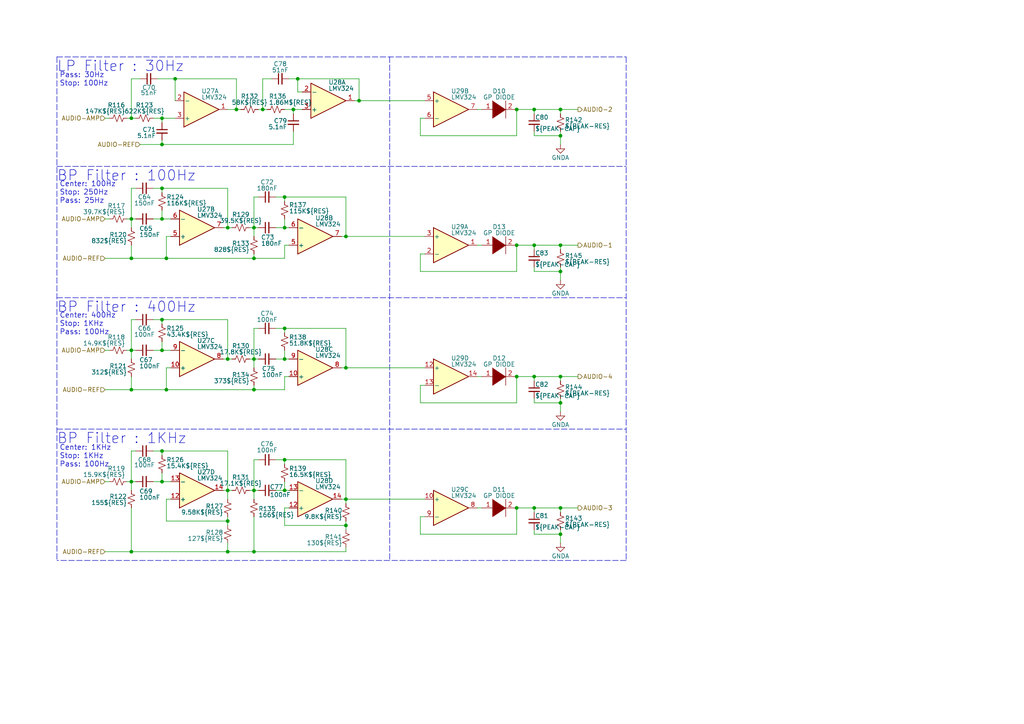
<source format=kicad_sch>
(kicad_sch (version 20211123) (generator eeschema)

  (uuid 60021846-d840-4608-8dc9-ae5d3d20248f)

  (paper "A4")

  (title_block
    (title "AUDIO FILTER CHANNELS  1 - 4")
    (rev "REV6")
    (company "Daxxn Industries")
  )

  (lib_symbols
    (symbol "Amplifier_Operational:LMV324" (pin_names (offset 0.127)) (in_bom yes) (on_board yes)
      (property "Reference" "U" (id 0) (at 0 5.08 0)
        (effects (font (size 1.27 1.27)) (justify left))
      )
      (property "Value" "LMV324" (id 1) (at 0 -5.08 0)
        (effects (font (size 1.27 1.27)) (justify left))
      )
      (property "Footprint" "" (id 2) (at -1.27 2.54 0)
        (effects (font (size 1.27 1.27)) hide)
      )
      (property "Datasheet" "http://www.ti.com/lit/ds/symlink/lmv324.pdf" (id 3) (at 1.27 5.08 0)
        (effects (font (size 1.27 1.27)) hide)
      )
      (property "ki_locked" "" (id 4) (at 0 0 0)
        (effects (font (size 1.27 1.27)))
      )
      (property "ki_keywords" "quad opamp" (id 5) (at 0 0 0)
        (effects (font (size 1.27 1.27)) hide)
      )
      (property "ki_description" "Quad Low-Voltage Rail-to-Rail Output Operational Amplifier, SOIC-14/SSOP-14" (id 6) (at 0 0 0)
        (effects (font (size 1.27 1.27)) hide)
      )
      (property "ki_fp_filters" "SOIC*3.9x8.7mm*P1.27mm* DIP*W7.62mm* TSSOP*4.4x5mm*P0.65mm* SSOP*5.3x6.2mm*P0.65mm* MSOP*3x3mm*P0.5mm*" (id 7) (at 0 0 0)
        (effects (font (size 1.27 1.27)) hide)
      )
      (symbol "LMV324_1_1"
        (polyline
          (pts
            (xy -5.08 5.08)
            (xy 5.08 0)
            (xy -5.08 -5.08)
            (xy -5.08 5.08)
          )
          (stroke (width 0.254) (type default) (color 0 0 0 0))
          (fill (type background))
        )
        (pin output line (at 7.62 0 180) (length 2.54)
          (name "~" (effects (font (size 1.27 1.27))))
          (number "1" (effects (font (size 1.27 1.27))))
        )
        (pin input line (at -7.62 -2.54 0) (length 2.54)
          (name "-" (effects (font (size 1.27 1.27))))
          (number "2" (effects (font (size 1.27 1.27))))
        )
        (pin input line (at -7.62 2.54 0) (length 2.54)
          (name "+" (effects (font (size 1.27 1.27))))
          (number "3" (effects (font (size 1.27 1.27))))
        )
      )
      (symbol "LMV324_2_1"
        (polyline
          (pts
            (xy -5.08 5.08)
            (xy 5.08 0)
            (xy -5.08 -5.08)
            (xy -5.08 5.08)
          )
          (stroke (width 0.254) (type default) (color 0 0 0 0))
          (fill (type background))
        )
        (pin input line (at -7.62 2.54 0) (length 2.54)
          (name "+" (effects (font (size 1.27 1.27))))
          (number "5" (effects (font (size 1.27 1.27))))
        )
        (pin input line (at -7.62 -2.54 0) (length 2.54)
          (name "-" (effects (font (size 1.27 1.27))))
          (number "6" (effects (font (size 1.27 1.27))))
        )
        (pin output line (at 7.62 0 180) (length 2.54)
          (name "~" (effects (font (size 1.27 1.27))))
          (number "7" (effects (font (size 1.27 1.27))))
        )
      )
      (symbol "LMV324_3_1"
        (polyline
          (pts
            (xy -5.08 5.08)
            (xy 5.08 0)
            (xy -5.08 -5.08)
            (xy -5.08 5.08)
          )
          (stroke (width 0.254) (type default) (color 0 0 0 0))
          (fill (type background))
        )
        (pin input line (at -7.62 2.54 0) (length 2.54)
          (name "+" (effects (font (size 1.27 1.27))))
          (number "10" (effects (font (size 1.27 1.27))))
        )
        (pin output line (at 7.62 0 180) (length 2.54)
          (name "~" (effects (font (size 1.27 1.27))))
          (number "8" (effects (font (size 1.27 1.27))))
        )
        (pin input line (at -7.62 -2.54 0) (length 2.54)
          (name "-" (effects (font (size 1.27 1.27))))
          (number "9" (effects (font (size 1.27 1.27))))
        )
      )
      (symbol "LMV324_4_1"
        (polyline
          (pts
            (xy -5.08 5.08)
            (xy 5.08 0)
            (xy -5.08 -5.08)
            (xy -5.08 5.08)
          )
          (stroke (width 0.254) (type default) (color 0 0 0 0))
          (fill (type background))
        )
        (pin input line (at -7.62 2.54 0) (length 2.54)
          (name "+" (effects (font (size 1.27 1.27))))
          (number "12" (effects (font (size 1.27 1.27))))
        )
        (pin input line (at -7.62 -2.54 0) (length 2.54)
          (name "-" (effects (font (size 1.27 1.27))))
          (number "13" (effects (font (size 1.27 1.27))))
        )
        (pin output line (at 7.62 0 180) (length 2.54)
          (name "~" (effects (font (size 1.27 1.27))))
          (number "14" (effects (font (size 1.27 1.27))))
        )
      )
      (symbol "LMV324_5_1"
        (pin power_in line (at -2.54 -7.62 90) (length 3.81)
          (name "V-" (effects (font (size 1.27 1.27))))
          (number "11" (effects (font (size 1.27 1.27))))
        )
        (pin power_in line (at -2.54 7.62 270) (length 3.81)
          (name "V+" (effects (font (size 1.27 1.27))))
          (number "4" (effects (font (size 1.27 1.27))))
        )
      )
    )
    (symbol "Device:C_Small" (pin_numbers hide) (pin_names (offset 0.254) hide) (in_bom yes) (on_board yes)
      (property "Reference" "C" (id 0) (at 0.254 1.778 0)
        (effects (font (size 1.27 1.27)) (justify left))
      )
      (property "Value" "C_Small" (id 1) (at 0.254 -2.032 0)
        (effects (font (size 1.27 1.27)) (justify left))
      )
      (property "Footprint" "" (id 2) (at 0 0 0)
        (effects (font (size 1.27 1.27)) hide)
      )
      (property "Datasheet" "~" (id 3) (at 0 0 0)
        (effects (font (size 1.27 1.27)) hide)
      )
      (property "ki_keywords" "capacitor cap" (id 4) (at 0 0 0)
        (effects (font (size 1.27 1.27)) hide)
      )
      (property "ki_description" "Unpolarized capacitor, small symbol" (id 5) (at 0 0 0)
        (effects (font (size 1.27 1.27)) hide)
      )
      (property "ki_fp_filters" "C_*" (id 6) (at 0 0 0)
        (effects (font (size 1.27 1.27)) hide)
      )
      (symbol "C_Small_0_1"
        (polyline
          (pts
            (xy -1.524 -0.508)
            (xy 1.524 -0.508)
          )
          (stroke (width 0.3302) (type default) (color 0 0 0 0))
          (fill (type none))
        )
        (polyline
          (pts
            (xy -1.524 0.508)
            (xy 1.524 0.508)
          )
          (stroke (width 0.3048) (type default) (color 0 0 0 0))
          (fill (type none))
        )
      )
      (symbol "C_Small_1_1"
        (pin passive line (at 0 2.54 270) (length 2.032)
          (name "~" (effects (font (size 1.27 1.27))))
          (number "1" (effects (font (size 1.27 1.27))))
        )
        (pin passive line (at 0 -2.54 90) (length 2.032)
          (name "~" (effects (font (size 1.27 1.27))))
          (number "2" (effects (font (size 1.27 1.27))))
        )
      )
    )
    (symbol "Device:R_Small_US" (pin_numbers hide) (pin_names (offset 0.254) hide) (in_bom yes) (on_board yes)
      (property "Reference" "R" (id 0) (at 0.762 0.508 0)
        (effects (font (size 1.27 1.27)) (justify left))
      )
      (property "Value" "R_Small_US" (id 1) (at 0.762 -1.016 0)
        (effects (font (size 1.27 1.27)) (justify left))
      )
      (property "Footprint" "" (id 2) (at 0 0 0)
        (effects (font (size 1.27 1.27)) hide)
      )
      (property "Datasheet" "~" (id 3) (at 0 0 0)
        (effects (font (size 1.27 1.27)) hide)
      )
      (property "ki_keywords" "r resistor" (id 4) (at 0 0 0)
        (effects (font (size 1.27 1.27)) hide)
      )
      (property "ki_description" "Resistor, small US symbol" (id 5) (at 0 0 0)
        (effects (font (size 1.27 1.27)) hide)
      )
      (property "ki_fp_filters" "R_*" (id 6) (at 0 0 0)
        (effects (font (size 1.27 1.27)) hide)
      )
      (symbol "R_Small_US_1_1"
        (polyline
          (pts
            (xy 0 0)
            (xy 1.016 -0.381)
            (xy 0 -0.762)
            (xy -1.016 -1.143)
            (xy 0 -1.524)
          )
          (stroke (width 0) (type default) (color 0 0 0 0))
          (fill (type none))
        )
        (polyline
          (pts
            (xy 0 1.524)
            (xy 1.016 1.143)
            (xy 0 0.762)
            (xy -1.016 0.381)
            (xy 0 0)
          )
          (stroke (width 0) (type default) (color 0 0 0 0))
          (fill (type none))
        )
        (pin passive line (at 0 2.54 270) (length 1.016)
          (name "~" (effects (font (size 1.27 1.27))))
          (number "1" (effects (font (size 1.27 1.27))))
        )
        (pin passive line (at 0 -2.54 90) (length 1.016)
          (name "~" (effects (font (size 1.27 1.27))))
          (number "2" (effects (font (size 1.27 1.27))))
        )
      )
    )
    (symbol "power:GNDA" (power) (pin_names (offset 0)) (in_bom yes) (on_board yes)
      (property "Reference" "#PWR" (id 0) (at 0 -6.35 0)
        (effects (font (size 1.27 1.27)) hide)
      )
      (property "Value" "GNDA" (id 1) (at 0 -3.81 0)
        (effects (font (size 1.27 1.27)))
      )
      (property "Footprint" "" (id 2) (at 0 0 0)
        (effects (font (size 1.27 1.27)) hide)
      )
      (property "Datasheet" "" (id 3) (at 0 0 0)
        (effects (font (size 1.27 1.27)) hide)
      )
      (property "ki_keywords" "power-flag" (id 4) (at 0 0 0)
        (effects (font (size 1.27 1.27)) hide)
      )
      (property "ki_description" "Power symbol creates a global label with name \"GNDA\" , analog ground" (id 5) (at 0 0 0)
        (effects (font (size 1.27 1.27)) hide)
      )
      (symbol "GNDA_0_1"
        (polyline
          (pts
            (xy 0 0)
            (xy 0 -1.27)
            (xy 1.27 -1.27)
            (xy 0 -2.54)
            (xy -1.27 -1.27)
            (xy 0 -1.27)
          )
          (stroke (width 0) (type default) (color 0 0 0 0))
          (fill (type none))
        )
      )
      (symbol "GNDA_1_1"
        (pin power_in line (at 0 0 270) (length 0) hide
          (name "GNDA" (effects (font (size 1.27 1.27))))
          (number "1" (effects (font (size 1.27 1.27))))
        )
      )
    )
    (symbol "pspice:DIODE" (pin_names (offset 1.016) hide) (in_bom yes) (on_board yes)
      (property "Reference" "D" (id 0) (at 0 3.81 0)
        (effects (font (size 1.27 1.27)))
      )
      (property "Value" "DIODE" (id 1) (at 0 -4.445 0)
        (effects (font (size 1.27 1.27)))
      )
      (property "Footprint" "" (id 2) (at 0 0 0)
        (effects (font (size 1.27 1.27)) hide)
      )
      (property "Datasheet" "~" (id 3) (at 0 0 0)
        (effects (font (size 1.27 1.27)) hide)
      )
      (property "ki_keywords" "simulation" (id 4) (at 0 0 0)
        (effects (font (size 1.27 1.27)) hide)
      )
      (property "ki_description" "Diode symbol for simulation only. Pin order incompatible with official kicad footprints" (id 5) (at 0 0 0)
        (effects (font (size 1.27 1.27)) hide)
      )
      (symbol "DIODE_0_1"
        (polyline
          (pts
            (xy 1.905 2.54)
            (xy 1.905 -2.54)
          )
          (stroke (width 0) (type default) (color 0 0 0 0))
          (fill (type none))
        )
        (polyline
          (pts
            (xy -1.905 2.54)
            (xy -1.905 -2.54)
            (xy 1.905 0)
          )
          (stroke (width 0) (type default) (color 0 0 0 0))
          (fill (type outline))
        )
      )
      (symbol "DIODE_1_1"
        (pin input line (at -5.08 0 0) (length 3.81)
          (name "K" (effects (font (size 1.27 1.27))))
          (number "1" (effects (font (size 1.27 1.27))))
        )
        (pin input line (at 5.08 0 180) (length 3.81)
          (name "A" (effects (font (size 1.27 1.27))))
          (number "2" (effects (font (size 1.27 1.27))))
        )
      )
    )
  )

  (junction (at 154.94 109.22) (diameter 0) (color 0 0 0 0)
    (uuid 064ba08a-95b9-4fe2-91b0-1750221851cc)
  )
  (junction (at 66.04 142.24) (diameter 0) (color 0 0 0 0)
    (uuid 08645152-082d-4cc3-b37e-931b11f33aa3)
  )
  (junction (at 38.1 139.7) (diameter 0) (color 0 0 0 0)
    (uuid 092a79ff-7e96-44d3-820b-f916363a5842)
  )
  (junction (at 66.04 151.13) (diameter 0) (color 0 0 0 0)
    (uuid 0a83185f-0f08-46b6-bc34-32b85c56b74e)
  )
  (junction (at 100.33 68.58) (diameter 0) (color 0 0 0 0)
    (uuid 0f6214eb-f17d-4133-a4bf-356f758c172d)
  )
  (junction (at 162.56 116.84) (diameter 0) (color 0 0 0 0)
    (uuid 13e8650a-31a4-4c9f-af6e-5d2475368808)
  )
  (junction (at 66.04 104.14) (diameter 0) (color 0 0 0 0)
    (uuid 15453fa9-4887-4803-9a1d-e517f6257bba)
  )
  (junction (at 76.2 31.75) (diameter 0) (color 0 0 0 0)
    (uuid 2199b215-9275-4c21-8cf4-453b8b2db6da)
  )
  (junction (at 73.66 160.02) (diameter 0) (color 0 0 0 0)
    (uuid 2a6b8a14-aa84-4cb0-b28f-008846c53722)
  )
  (junction (at 82.55 66.04) (diameter 0) (color 0 0 0 0)
    (uuid 2e90a994-ff6c-425d-a5fd-852834911398)
  )
  (junction (at 85.09 31.75) (diameter 0) (color 0 0 0 0)
    (uuid 2ef59336-dd06-448a-973d-6e6ae51439dc)
  )
  (junction (at 46.99 92.71) (diameter 0) (color 0 0 0 0)
    (uuid 2f7bc6f4-65ff-4b41-8b90-232eca37dad8)
  )
  (junction (at 38.1 101.6) (diameter 0) (color 0 0 0 0)
    (uuid 3b2ff92b-aeb2-4d01-a477-fdfda40285f9)
  )
  (junction (at 73.66 104.14) (diameter 0) (color 0 0 0 0)
    (uuid 3f7537d3-4fc8-4146-92f9-931b29b6c729)
  )
  (junction (at 68.58 31.75) (diameter 0) (color 0 0 0 0)
    (uuid 3fb48866-cc57-465e-991d-0d5b557d7161)
  )
  (junction (at 100.33 152.4) (diameter 0) (color 0 0 0 0)
    (uuid 40c596a5-5a12-405c-abaf-8d20db513bfe)
  )
  (junction (at 73.66 113.03) (diameter 0) (color 0 0 0 0)
    (uuid 424fd51b-7e14-4826-adb7-a1495b21b74d)
  )
  (junction (at 48.26 74.93) (diameter 0) (color 0 0 0 0)
    (uuid 4a857863-0bc6-4a7d-87a0-f1d5a767b6cd)
  )
  (junction (at 82.55 104.14) (diameter 0) (color 0 0 0 0)
    (uuid 51601fc9-fd07-4bcc-b742-17e69e855e38)
  )
  (junction (at 149.86 109.22) (diameter 0) (color 0 0 0 0)
    (uuid 5de1c78d-0cc5-44b3-a1a9-24a3ce589efa)
  )
  (junction (at 104.14 29.21) (diameter 0) (color 0 0 0 0)
    (uuid 5e408f4e-69b9-40e6-9fb4-fdfa7d79ab2e)
  )
  (junction (at 162.56 31.75) (diameter 0) (color 0 0 0 0)
    (uuid 679f9fdd-b3a6-419d-a5b0-c3aea01532c3)
  )
  (junction (at 66.04 160.02) (diameter 0) (color 0 0 0 0)
    (uuid 69d4887b-536f-4fd3-b69a-1dd1f5933561)
  )
  (junction (at 162.56 39.37) (diameter 0) (color 0 0 0 0)
    (uuid 6e364ecc-4359-4789-b23a-8241a3638c2d)
  )
  (junction (at 48.26 113.03) (diameter 0) (color 0 0 0 0)
    (uuid 72414614-d191-4154-8f5a-77f432f23c1f)
  )
  (junction (at 154.94 147.32) (diameter 0) (color 0 0 0 0)
    (uuid 735d97bb-035d-48f9-b0c2-0dbc7a360c1e)
  )
  (junction (at 73.66 142.24) (diameter 0) (color 0 0 0 0)
    (uuid 7538f50f-d6af-4811-a8bb-6a53b6b751c8)
  )
  (junction (at 149.86 71.12) (diameter 0) (color 0 0 0 0)
    (uuid 7a124ee6-25e1-4fa5-88a3-b9540493954e)
  )
  (junction (at 154.94 71.12) (diameter 0) (color 0 0 0 0)
    (uuid 7f031dbf-051a-4f96-8514-a70ace242239)
  )
  (junction (at 100.33 144.78) (diameter 0) (color 0 0 0 0)
    (uuid 89eecae9-aede-4db5-9c42-084873f21b17)
  )
  (junction (at 66.04 66.04) (diameter 0) (color 0 0 0 0)
    (uuid 8a3d94bc-682a-4f6c-9cf5-944868f04377)
  )
  (junction (at 38.1 160.02) (diameter 0) (color 0 0 0 0)
    (uuid 8a504b6c-f035-4443-983a-b6c95cabbe46)
  )
  (junction (at 154.94 31.75) (diameter 0) (color 0 0 0 0)
    (uuid 93b1e61c-521a-4831-a37d-99166bd9fe8e)
  )
  (junction (at 73.66 74.93) (diameter 0) (color 0 0 0 0)
    (uuid 945c5455-5b59-4cd9-b168-081aaced1b2f)
  )
  (junction (at 38.1 74.93) (diameter 0) (color 0 0 0 0)
    (uuid a3d24860-271f-4a3e-9dc6-a39457957c69)
  )
  (junction (at 38.1 63.5) (diameter 0) (color 0 0 0 0)
    (uuid a3f2641c-23f5-45ab-b9b1-ed8d3541d559)
  )
  (junction (at 46.99 130.81) (diameter 0) (color 0 0 0 0)
    (uuid a82342e9-51ad-4f85-b62d-1b24af1d85e0)
  )
  (junction (at 50.8 22.86) (diameter 0) (color 0 0 0 0)
    (uuid ad81bf3d-6ff9-4369-998f-e407ccb8c9ae)
  )
  (junction (at 100.33 106.68) (diameter 0) (color 0 0 0 0)
    (uuid adf68d22-6107-44e1-8938-d405641f86a7)
  )
  (junction (at 46.99 63.5) (diameter 0) (color 0 0 0 0)
    (uuid afd7dfa6-0539-47fa-9609-2fca0f8e9c81)
  )
  (junction (at 38.1 113.03) (diameter 0) (color 0 0 0 0)
    (uuid b57d5be0-0094-4021-8580-71fa145bb46e)
  )
  (junction (at 162.56 154.94) (diameter 0) (color 0 0 0 0)
    (uuid b645f4b6-e692-4b01-b681-9de66c0b6a07)
  )
  (junction (at 162.56 78.74) (diameter 0) (color 0 0 0 0)
    (uuid b7dd1b50-55f2-4396-9fdc-d97f581e5877)
  )
  (junction (at 73.66 66.04) (diameter 0) (color 0 0 0 0)
    (uuid b80f089e-abb7-4ea8-9722-a8634282ef98)
  )
  (junction (at 82.55 57.15) (diameter 0) (color 0 0 0 0)
    (uuid bc51f15f-5ce6-4368-8472-31fa06d23c10)
  )
  (junction (at 82.55 133.35) (diameter 0) (color 0 0 0 0)
    (uuid bc91c1dd-a419-4b9a-b510-1cd881f85ce7)
  )
  (junction (at 46.99 41.91) (diameter 0) (color 0 0 0 0)
    (uuid c15af2cd-dff4-44ca-8d83-8c76f36841b4)
  )
  (junction (at 149.86 31.75) (diameter 0) (color 0 0 0 0)
    (uuid c42d739f-dddf-4f25-a32d-d4c991006a59)
  )
  (junction (at 149.86 147.32) (diameter 0) (color 0 0 0 0)
    (uuid c8fd8fc2-b5a2-4392-aedb-79f64a727687)
  )
  (junction (at 46.99 101.6) (diameter 0) (color 0 0 0 0)
    (uuid c9ab8765-a29d-4f1c-b314-9cd6517ca854)
  )
  (junction (at 162.56 109.22) (diameter 0) (color 0 0 0 0)
    (uuid d33868d1-76b6-48f1-87a3-50689b26d3aa)
  )
  (junction (at 46.99 34.29) (diameter 0) (color 0 0 0 0)
    (uuid d464ddf0-8a93-4a89-af49-a36000712933)
  )
  (junction (at 46.99 54.61) (diameter 0) (color 0 0 0 0)
    (uuid d5748ba6-7110-4905-a74d-bc20494586e4)
  )
  (junction (at 162.56 71.12) (diameter 0) (color 0 0 0 0)
    (uuid dabb5167-ae8a-41f6-8844-18117c3358ee)
  )
  (junction (at 46.99 139.7) (diameter 0) (color 0 0 0 0)
    (uuid db14266a-8620-4c18-85a6-b1540a5ec1ac)
  )
  (junction (at 82.55 95.25) (diameter 0) (color 0 0 0 0)
    (uuid dfca12b9-e704-42c6-a1ac-277225d8a84f)
  )
  (junction (at 162.56 147.32) (diameter 0) (color 0 0 0 0)
    (uuid ec34d8fa-9a7c-44d8-8439-35fe6ed1c1e8)
  )
  (junction (at 38.1 34.29) (diameter 0) (color 0 0 0 0)
    (uuid ed81fa57-eae1-464b-a19d-538bf9900e32)
  )
  (junction (at 82.55 142.24) (diameter 0) (color 0 0 0 0)
    (uuid f06c44d6-fa21-4838-af91-b878a94ab459)
  )
  (junction (at 86.36 22.86) (diameter 0) (color 0 0 0 0)
    (uuid fb1bb729-68cd-4d7c-b2fa-28b5c271dd6d)
  )

  (wire (pts (xy 82.55 31.75) (xy 85.09 31.75))
    (stroke (width 0) (type default) (color 0 0 0 0))
    (uuid 0068763b-b781-4d97-b529-e25d73f187d1)
  )
  (wire (pts (xy 121.92 154.94) (xy 121.92 149.86))
    (stroke (width 0) (type default) (color 0 0 0 0))
    (uuid 00d8a3e7-2241-4ff9-8f2c-acf3c0646d0f)
  )
  (wire (pts (xy 46.99 92.71) (xy 46.99 93.98))
    (stroke (width 0) (type default) (color 0 0 0 0))
    (uuid 02c007cb-6089-4bc4-962c-e95d85e607c6)
  )
  (wire (pts (xy 138.43 31.75) (xy 139.7 31.75))
    (stroke (width 0) (type default) (color 0 0 0 0))
    (uuid 0397633b-14b8-468f-b562-5bafacae8033)
  )
  (wire (pts (xy 38.1 34.29) (xy 38.1 22.86))
    (stroke (width 0) (type default) (color 0 0 0 0))
    (uuid 03c3548a-f507-4e80-bc1c-fb45040cbbe2)
  )
  (wire (pts (xy 46.99 101.6) (xy 44.45 101.6))
    (stroke (width 0) (type default) (color 0 0 0 0))
    (uuid 0605e1b0-5717-480b-a9ea-935f43d1e21d)
  )
  (wire (pts (xy 50.8 34.29) (xy 46.99 34.29))
    (stroke (width 0) (type default) (color 0 0 0 0))
    (uuid 0644e77f-9310-41d1-a2d3-9adaff6c0a6a)
  )
  (wire (pts (xy 82.55 104.14) (xy 82.55 101.6))
    (stroke (width 0) (type default) (color 0 0 0 0))
    (uuid 08241fe4-2522-4728-971e-7ed82d76465f)
  )
  (wire (pts (xy 162.56 71.12) (xy 154.94 71.12))
    (stroke (width 0) (type default) (color 0 0 0 0))
    (uuid 0840adf1-f91d-4865-ae49-d0b3cb3686ed)
  )
  (wire (pts (xy 149.86 71.12) (xy 149.86 78.74))
    (stroke (width 0) (type default) (color 0 0 0 0))
    (uuid 088079bc-3bfa-4bd4-a18f-0495ac3ac71a)
  )
  (wire (pts (xy 154.94 115.57) (xy 154.94 116.84))
    (stroke (width 0) (type default) (color 0 0 0 0))
    (uuid 0963365a-1aa6-419c-b130-9eaa9d5c9d52)
  )
  (wire (pts (xy 48.26 106.68) (xy 48.26 113.03))
    (stroke (width 0) (type default) (color 0 0 0 0))
    (uuid 09abb07b-d825-425a-9788-ca74396725c2)
  )
  (wire (pts (xy 38.1 92.71) (xy 38.1 101.6))
    (stroke (width 0) (type default) (color 0 0 0 0))
    (uuid 09ece314-1098-402d-90ff-1a636479ab05)
  )
  (wire (pts (xy 149.86 154.94) (xy 121.92 154.94))
    (stroke (width 0) (type default) (color 0 0 0 0))
    (uuid 0ebe9f22-b823-43f4-8329-3f1969952bcb)
  )
  (wire (pts (xy 73.66 149.86) (xy 73.66 160.02))
    (stroke (width 0) (type default) (color 0 0 0 0))
    (uuid 0f17d129-eb09-4230-ace5-41cdbc0d3259)
  )
  (wire (pts (xy 154.94 153.67) (xy 154.94 154.94))
    (stroke (width 0) (type default) (color 0 0 0 0))
    (uuid 103bbcd8-4918-488e-9288-89fe3917a360)
  )
  (wire (pts (xy 46.99 99.06) (xy 46.99 101.6))
    (stroke (width 0) (type default) (color 0 0 0 0))
    (uuid 107fe849-786e-42d9-874e-3a72f5f57dda)
  )
  (wire (pts (xy 100.33 95.25) (xy 100.33 106.68))
    (stroke (width 0) (type default) (color 0 0 0 0))
    (uuid 117489e8-5a53-483a-9208-e6cf1f32f930)
  )
  (wire (pts (xy 162.56 72.39) (xy 162.56 71.12))
    (stroke (width 0) (type default) (color 0 0 0 0))
    (uuid 13d097e2-8019-4928-a911-46105943825f)
  )
  (wire (pts (xy 162.56 31.75) (xy 154.94 31.75))
    (stroke (width 0) (type default) (color 0 0 0 0))
    (uuid 148e70b6-d8c6-4c20-ad9f-0a765b37bf1e)
  )
  (wire (pts (xy 74.93 57.15) (xy 73.66 57.15))
    (stroke (width 0) (type default) (color 0 0 0 0))
    (uuid 157567b8-fd04-45c5-bf37-cb2c2c962ad9)
  )
  (wire (pts (xy 82.55 57.15) (xy 82.55 58.42))
    (stroke (width 0) (type default) (color 0 0 0 0))
    (uuid 1a2b877f-dacc-41b3-b9fd-93bcfd687569)
  )
  (wire (pts (xy 100.33 68.58) (xy 123.19 68.58))
    (stroke (width 0) (type default) (color 0 0 0 0))
    (uuid 1b867d1d-d174-439e-9e02-7cf6e8f50883)
  )
  (wire (pts (xy 72.39 66.04) (xy 73.66 66.04))
    (stroke (width 0) (type default) (color 0 0 0 0))
    (uuid 1c2b944f-3c47-48c1-b06d-c377585c9035)
  )
  (wire (pts (xy 138.43 109.22) (xy 139.7 109.22))
    (stroke (width 0) (type default) (color 0 0 0 0))
    (uuid 1cd0bb28-a1d2-460c-8c11-513371a0bf67)
  )
  (wire (pts (xy 38.1 22.86) (xy 40.64 22.86))
    (stroke (width 0) (type default) (color 0 0 0 0))
    (uuid 1f2493ca-067c-4f40-b7a4-83c6bce66dc9)
  )
  (wire (pts (xy 38.1 113.03) (xy 48.26 113.03))
    (stroke (width 0) (type default) (color 0 0 0 0))
    (uuid 258b00a2-c335-400d-a67f-98f90b854dca)
  )
  (wire (pts (xy 80.01 57.15) (xy 82.55 57.15))
    (stroke (width 0) (type default) (color 0 0 0 0))
    (uuid 25d5a392-f365-4bd2-a290-9f649efe45de)
  )
  (wire (pts (xy 48.26 74.93) (xy 38.1 74.93))
    (stroke (width 0) (type default) (color 0 0 0 0))
    (uuid 2721965e-245f-488c-8bc9-1b52f785399e)
  )
  (wire (pts (xy 154.94 110.49) (xy 154.94 109.22))
    (stroke (width 0) (type default) (color 0 0 0 0))
    (uuid 27a2c49f-0e7b-4949-9787-2447d08e84ce)
  )
  (wire (pts (xy 36.83 34.29) (xy 38.1 34.29))
    (stroke (width 0) (type default) (color 0 0 0 0))
    (uuid 28776e53-b812-46de-82ae-78fe93dc4358)
  )
  (wire (pts (xy 121.92 34.29) (xy 123.19 34.29))
    (stroke (width 0) (type default) (color 0 0 0 0))
    (uuid 28ae2e11-beab-4595-bc4c-088f8f25b60c)
  )
  (wire (pts (xy 73.66 142.24) (xy 73.66 144.78))
    (stroke (width 0) (type default) (color 0 0 0 0))
    (uuid 28fe3df9-87d6-4f0c-818d-4aff03ab7faf)
  )
  (wire (pts (xy 46.99 54.61) (xy 66.04 54.61))
    (stroke (width 0) (type default) (color 0 0 0 0))
    (uuid 2a58d522-0585-4ccb-807f-8c0c3a3221e9)
  )
  (wire (pts (xy 73.66 133.35) (xy 73.66 142.24))
    (stroke (width 0) (type default) (color 0 0 0 0))
    (uuid 2c1e80e1-63d6-4fd1-b7f4-e9d3419317b7)
  )
  (wire (pts (xy 154.94 72.39) (xy 154.94 71.12))
    (stroke (width 0) (type default) (color 0 0 0 0))
    (uuid 2c3c4342-0dac-40c3-a64a-51e05495e3a3)
  )
  (wire (pts (xy 80.01 133.35) (xy 82.55 133.35))
    (stroke (width 0) (type default) (color 0 0 0 0))
    (uuid 2cb49982-5c23-42e0-898f-4519fa2597ad)
  )
  (wire (pts (xy 68.58 31.75) (xy 66.04 31.75))
    (stroke (width 0) (type default) (color 0 0 0 0))
    (uuid 2d05a833-ca2e-4086-b1fc-a8eb13b09908)
  )
  (polyline (pts (xy 16.51 86.36) (xy 181.61 86.36))
    (stroke (width 0) (type default) (color 0 0 0 0))
    (uuid 2d6f7190-6b50-4512-b911-4c0c8b54f8bf)
  )

  (wire (pts (xy 73.66 66.04) (xy 74.93 66.04))
    (stroke (width 0) (type default) (color 0 0 0 0))
    (uuid 2e0cd953-6e83-47d4-8221-2471f225387b)
  )
  (wire (pts (xy 154.94 147.32) (xy 149.86 147.32))
    (stroke (width 0) (type default) (color 0 0 0 0))
    (uuid 2eb9e2b9-1375-430f-a5eb-73bef24cdc82)
  )
  (polyline (pts (xy 181.61 162.56) (xy 16.51 162.56))
    (stroke (width 0) (type default) (color 0 0 0 0))
    (uuid 2ed027d7-98b3-4ab8-a8e4-ba22f974818a)
  )

  (wire (pts (xy 86.36 22.86) (xy 104.14 22.86))
    (stroke (width 0) (type default) (color 0 0 0 0))
    (uuid 30064083-39ca-4f5e-8957-6deb5997c0ca)
  )
  (wire (pts (xy 38.1 63.5) (xy 38.1 66.04))
    (stroke (width 0) (type default) (color 0 0 0 0))
    (uuid 34e81fbf-c225-4497-95a0-778d0c2f74fa)
  )
  (polyline (pts (xy 16.51 48.26) (xy 181.61 48.26))
    (stroke (width 0) (type default) (color 0 0 0 0))
    (uuid 354c6228-5f20-459b-8308-4119e6f9e922)
  )

  (wire (pts (xy 46.99 130.81) (xy 66.04 130.81))
    (stroke (width 0) (type default) (color 0 0 0 0))
    (uuid 35f850e8-ca59-4a17-9668-40fd1a3da5d7)
  )
  (wire (pts (xy 38.1 54.61) (xy 38.1 63.5))
    (stroke (width 0) (type default) (color 0 0 0 0))
    (uuid 367b31af-7dcc-48bc-8325-9c22f8f54646)
  )
  (wire (pts (xy 100.33 106.68) (xy 99.06 106.68))
    (stroke (width 0) (type default) (color 0 0 0 0))
    (uuid 38fadd4d-596f-4d7a-a8a3-87695cf077e8)
  )
  (wire (pts (xy 66.04 104.14) (xy 64.77 104.14))
    (stroke (width 0) (type default) (color 0 0 0 0))
    (uuid 39aa2b39-fd0f-42c6-9f22-52389106e538)
  )
  (wire (pts (xy 30.48 160.02) (xy 38.1 160.02))
    (stroke (width 0) (type default) (color 0 0 0 0))
    (uuid 3a2b2c13-6ac5-4ec2-bf2a-1f87c464de63)
  )
  (wire (pts (xy 82.55 74.93) (xy 73.66 74.93))
    (stroke (width 0) (type default) (color 0 0 0 0))
    (uuid 3b38640f-abb9-467e-9804-c15b1f6a5af8)
  )
  (wire (pts (xy 162.56 78.74) (xy 162.56 81.28))
    (stroke (width 0) (type default) (color 0 0 0 0))
    (uuid 3c031824-fc26-45a4-9cd4-6655cd9328c3)
  )
  (wire (pts (xy 48.26 144.78) (xy 48.26 151.13))
    (stroke (width 0) (type default) (color 0 0 0 0))
    (uuid 3caae41a-1ddb-4444-8400-3ed1b1ad17a2)
  )
  (wire (pts (xy 66.04 142.24) (xy 67.31 142.24))
    (stroke (width 0) (type default) (color 0 0 0 0))
    (uuid 3d3789b4-3efd-48ef-a7d0-809b6b825117)
  )
  (wire (pts (xy 80.01 104.14) (xy 82.55 104.14))
    (stroke (width 0) (type default) (color 0 0 0 0))
    (uuid 3e830f57-144f-4c70-8c31-1d0624c4bc3c)
  )
  (wire (pts (xy 162.56 148.59) (xy 162.56 147.32))
    (stroke (width 0) (type default) (color 0 0 0 0))
    (uuid 3ed9f7df-72ef-479c-9794-09eb64232e10)
  )
  (wire (pts (xy 121.92 73.66) (xy 123.19 73.66))
    (stroke (width 0) (type default) (color 0 0 0 0))
    (uuid 4107b180-f5a9-4cb2-913f-11a14ddb0fe7)
  )
  (polyline (pts (xy 16.51 16.51) (xy 181.61 16.51))
    (stroke (width 0) (type default) (color 0 0 0 0))
    (uuid 418b878c-e9bb-4b32-96ac-6ceddf6bc078)
  )

  (wire (pts (xy 121.92 149.86) (xy 123.19 149.86))
    (stroke (width 0) (type default) (color 0 0 0 0))
    (uuid 42648f3c-09ba-4ceb-8f7d-d42ead8c404d)
  )
  (wire (pts (xy 100.33 57.15) (xy 100.33 68.58))
    (stroke (width 0) (type default) (color 0 0 0 0))
    (uuid 42b602d8-7b5a-43da-aff3-102025ec127c)
  )
  (wire (pts (xy 66.04 142.24) (xy 66.04 144.78))
    (stroke (width 0) (type default) (color 0 0 0 0))
    (uuid 4307e95c-7c22-43a5-881e-5842501eccb9)
  )
  (wire (pts (xy 85.09 31.75) (xy 87.63 31.75))
    (stroke (width 0) (type default) (color 0 0 0 0))
    (uuid 434c478f-7656-460b-a534-3ca2bbb781e5)
  )
  (wire (pts (xy 48.26 68.58) (xy 48.26 74.93))
    (stroke (width 0) (type default) (color 0 0 0 0))
    (uuid 44a9eeb9-3689-4db9-8d3f-1dbf149076c5)
  )
  (wire (pts (xy 100.33 151.13) (xy 100.33 152.4))
    (stroke (width 0) (type default) (color 0 0 0 0))
    (uuid 46e189ef-c820-4453-8da1-f3ce37057752)
  )
  (wire (pts (xy 48.26 151.13) (xy 66.04 151.13))
    (stroke (width 0) (type default) (color 0 0 0 0))
    (uuid 46f79a32-1a99-4df3-8809-023ed9655b16)
  )
  (wire (pts (xy 30.48 139.7) (xy 31.75 139.7))
    (stroke (width 0) (type default) (color 0 0 0 0))
    (uuid 47cff471-86e6-48a9-9c32-349115cbb020)
  )
  (wire (pts (xy 38.1 130.81) (xy 38.1 139.7))
    (stroke (width 0) (type default) (color 0 0 0 0))
    (uuid 48903f6b-7d9b-45e3-b6b2-85cd86b31321)
  )
  (wire (pts (xy 73.66 66.04) (xy 73.66 68.58))
    (stroke (width 0) (type default) (color 0 0 0 0))
    (uuid 4984b515-137a-45b4-8b31-03aee584a618)
  )
  (wire (pts (xy 38.1 34.29) (xy 39.37 34.29))
    (stroke (width 0) (type default) (color 0 0 0 0))
    (uuid 4b5f9d3d-eeed-4856-85b1-9cd3c3504e1c)
  )
  (wire (pts (xy 49.53 144.78) (xy 48.26 144.78))
    (stroke (width 0) (type default) (color 0 0 0 0))
    (uuid 4be0771b-6e0c-49e7-88a0-983f8e50c5aa)
  )
  (wire (pts (xy 82.55 109.22) (xy 82.55 113.03))
    (stroke (width 0) (type default) (color 0 0 0 0))
    (uuid 4cd8e775-7f08-4634-9e86-1bc9f9baf5b1)
  )
  (wire (pts (xy 162.56 78.74) (xy 154.94 78.74))
    (stroke (width 0) (type default) (color 0 0 0 0))
    (uuid 4d2ebdd8-3782-4d38-9200-8c33d42c6a4c)
  )
  (wire (pts (xy 36.83 139.7) (xy 38.1 139.7))
    (stroke (width 0) (type default) (color 0 0 0 0))
    (uuid 4eb76cb1-11e4-4e11-8420-e46b715a872b)
  )
  (wire (pts (xy 30.48 101.6) (xy 31.75 101.6))
    (stroke (width 0) (type default) (color 0 0 0 0))
    (uuid 4f2473df-be8e-4560-867e-6caeb85b4cc8)
  )
  (wire (pts (xy 100.33 144.78) (xy 123.19 144.78))
    (stroke (width 0) (type default) (color 0 0 0 0))
    (uuid 5118aaa4-ee5a-4b08-a5f4-9f4875940995)
  )
  (wire (pts (xy 100.33 144.78) (xy 99.06 144.78))
    (stroke (width 0) (type default) (color 0 0 0 0))
    (uuid 522a7af9-f7cb-4de6-b99d-4fc339513cf8)
  )
  (wire (pts (xy 38.1 130.81) (xy 39.37 130.81))
    (stroke (width 0) (type default) (color 0 0 0 0))
    (uuid 5330cbaa-b695-4046-bccf-cc3e49d74ff6)
  )
  (wire (pts (xy 85.09 31.75) (xy 85.09 33.02))
    (stroke (width 0) (type default) (color 0 0 0 0))
    (uuid 534935c3-87e1-4b5d-bbae-0c500fc778e5)
  )
  (wire (pts (xy 162.56 109.22) (xy 154.94 109.22))
    (stroke (width 0) (type default) (color 0 0 0 0))
    (uuid 54913397-ec0e-4693-9f32-2b13aca4ae20)
  )
  (wire (pts (xy 82.55 142.24) (xy 82.55 139.7))
    (stroke (width 0) (type default) (color 0 0 0 0))
    (uuid 575b9fba-8a2c-4680-80cf-2ff4c5c8b17e)
  )
  (wire (pts (xy 82.55 152.4) (xy 100.33 152.4))
    (stroke (width 0) (type default) (color 0 0 0 0))
    (uuid 5852fb00-e776-477a-8e21-73ca579fa539)
  )
  (wire (pts (xy 80.01 95.25) (xy 82.55 95.25))
    (stroke (width 0) (type default) (color 0 0 0 0))
    (uuid 5936d3c6-c6ee-457d-95a1-782d3e42530f)
  )
  (wire (pts (xy 162.56 153.67) (xy 162.56 154.94))
    (stroke (width 0) (type default) (color 0 0 0 0))
    (uuid 5ad6f74b-ff14-4219-aabe-aacbd331665a)
  )
  (wire (pts (xy 86.36 26.67) (xy 87.63 26.67))
    (stroke (width 0) (type default) (color 0 0 0 0))
    (uuid 5c0625a0-3948-4865-9eb7-b48bef2b6de4)
  )
  (wire (pts (xy 83.82 22.86) (xy 86.36 22.86))
    (stroke (width 0) (type default) (color 0 0 0 0))
    (uuid 61b944c2-ae35-45ec-b41b-8809c49dc01b)
  )
  (wire (pts (xy 82.55 104.14) (xy 83.82 104.14))
    (stroke (width 0) (type default) (color 0 0 0 0))
    (uuid 634b84d2-4fea-4ba4-be68-bf234deb5b12)
  )
  (wire (pts (xy 46.99 54.61) (xy 44.45 54.61))
    (stroke (width 0) (type default) (color 0 0 0 0))
    (uuid 63d9efce-85d9-42fe-99db-3c7b443f8c69)
  )
  (wire (pts (xy 100.33 68.58) (xy 99.06 68.58))
    (stroke (width 0) (type default) (color 0 0 0 0))
    (uuid 644355fe-39e6-41a9-8e2c-655e665d4a7b)
  )
  (wire (pts (xy 74.93 95.25) (xy 73.66 95.25))
    (stroke (width 0) (type default) (color 0 0 0 0))
    (uuid 64eecc96-07cb-449b-b52d-99a307b33d38)
  )
  (wire (pts (xy 162.56 154.94) (xy 154.94 154.94))
    (stroke (width 0) (type default) (color 0 0 0 0))
    (uuid 66b25a73-3dc8-4301-aebf-2c899d2c1b5c)
  )
  (wire (pts (xy 72.39 104.14) (xy 73.66 104.14))
    (stroke (width 0) (type default) (color 0 0 0 0))
    (uuid 68c1d75f-8737-4ff8-9a11-3037c9fcc01a)
  )
  (wire (pts (xy 66.04 104.14) (xy 67.31 104.14))
    (stroke (width 0) (type default) (color 0 0 0 0))
    (uuid 690a249d-5402-449e-bebd-1fb0849810bd)
  )
  (wire (pts (xy 82.55 113.03) (xy 73.66 113.03))
    (stroke (width 0) (type default) (color 0 0 0 0))
    (uuid 696790d8-8b04-4cc0-aa99-6ceeb5065d73)
  )
  (wire (pts (xy 73.66 104.14) (xy 73.66 106.68))
    (stroke (width 0) (type default) (color 0 0 0 0))
    (uuid 6a95d9df-36fb-490e-bd18-602b5bc4b75d)
  )
  (wire (pts (xy 46.99 139.7) (xy 44.45 139.7))
    (stroke (width 0) (type default) (color 0 0 0 0))
    (uuid 6b11f7ac-9cae-4178-9ed6-83d84a2fd421)
  )
  (wire (pts (xy 149.86 116.84) (xy 121.92 116.84))
    (stroke (width 0) (type default) (color 0 0 0 0))
    (uuid 6e54a1b6-225e-4f54-a761-06754366c41d)
  )
  (wire (pts (xy 66.04 66.04) (xy 67.31 66.04))
    (stroke (width 0) (type default) (color 0 0 0 0))
    (uuid 6e95227f-c881-444c-98d0-f880ef11769f)
  )
  (wire (pts (xy 44.45 34.29) (xy 46.99 34.29))
    (stroke (width 0) (type default) (color 0 0 0 0))
    (uuid 6f568d93-668d-407d-b6e4-6abe1f30f34b)
  )
  (wire (pts (xy 73.66 104.14) (xy 74.93 104.14))
    (stroke (width 0) (type default) (color 0 0 0 0))
    (uuid 6f62f429-c8c7-4b0b-a028-b7804f928b10)
  )
  (wire (pts (xy 138.43 71.12) (xy 139.7 71.12))
    (stroke (width 0) (type default) (color 0 0 0 0))
    (uuid 706c8ea3-3588-4207-9fe5-d830fa4eee79)
  )
  (wire (pts (xy 38.1 160.02) (xy 66.04 160.02))
    (stroke (width 0) (type default) (color 0 0 0 0))
    (uuid 72bef2ea-6e9b-40d1-b208-af5fd96f8f98)
  )
  (wire (pts (xy 38.1 54.61) (xy 39.37 54.61))
    (stroke (width 0) (type default) (color 0 0 0 0))
    (uuid 7342e973-1910-4b78-80ef-d7c1c600af91)
  )
  (wire (pts (xy 162.56 147.32) (xy 167.64 147.32))
    (stroke (width 0) (type default) (color 0 0 0 0))
    (uuid 766aad80-576d-41ec-8e39-b0b3da792bd6)
  )
  (wire (pts (xy 149.86 39.37) (xy 121.92 39.37))
    (stroke (width 0) (type default) (color 0 0 0 0))
    (uuid 76752944-8462-42e5-8b94-c8bf288e83e1)
  )
  (wire (pts (xy 149.86 78.74) (xy 121.92 78.74))
    (stroke (width 0) (type default) (color 0 0 0 0))
    (uuid 7efe4d95-aca8-415e-aeb0-a7ea3c9f2e9a)
  )
  (wire (pts (xy 162.56 147.32) (xy 154.94 147.32))
    (stroke (width 0) (type default) (color 0 0 0 0))
    (uuid 7f75fd40-9b39-4053-a246-c9f4a06a2e7e)
  )
  (wire (pts (xy 73.66 95.25) (xy 73.66 104.14))
    (stroke (width 0) (type default) (color 0 0 0 0))
    (uuid 7fe7f2dd-1ac8-4f63-ba19-281bcba21b4d)
  )
  (wire (pts (xy 83.82 147.32) (xy 82.55 147.32))
    (stroke (width 0) (type default) (color 0 0 0 0))
    (uuid 7ff07a6f-c7c9-405a-8011-abe67781fd7f)
  )
  (wire (pts (xy 121.92 39.37) (xy 121.92 34.29))
    (stroke (width 0) (type default) (color 0 0 0 0))
    (uuid 808ed03e-788e-428a-a379-84465b9d09eb)
  )
  (wire (pts (xy 121.92 78.74) (xy 121.92 73.66))
    (stroke (width 0) (type default) (color 0 0 0 0))
    (uuid 833c4f47-0183-4625-99eb-6df57b695490)
  )
  (wire (pts (xy 100.33 160.02) (xy 100.33 158.75))
    (stroke (width 0) (type default) (color 0 0 0 0))
    (uuid 8356c961-4d30-472b-8a35-eea0fc065e74)
  )
  (wire (pts (xy 83.82 109.22) (xy 82.55 109.22))
    (stroke (width 0) (type default) (color 0 0 0 0))
    (uuid 84e550d2-265c-4509-967e-75c883697d11)
  )
  (wire (pts (xy 49.53 68.58) (xy 48.26 68.58))
    (stroke (width 0) (type default) (color 0 0 0 0))
    (uuid 853a8377-8cd6-4471-854f-9f5efc5afca2)
  )
  (wire (pts (xy 100.33 144.78) (xy 100.33 146.05))
    (stroke (width 0) (type default) (color 0 0 0 0))
    (uuid 8661d7a9-6ba9-47cd-834d-e56f82dd0aa2)
  )
  (wire (pts (xy 46.99 63.5) (xy 44.45 63.5))
    (stroke (width 0) (type default) (color 0 0 0 0))
    (uuid 86bd58f4-701b-4fa0-b848-d5a7a5c9ffbf)
  )
  (wire (pts (xy 82.55 95.25) (xy 82.55 96.52))
    (stroke (width 0) (type default) (color 0 0 0 0))
    (uuid 87dc2fb8-08cc-4466-a0c4-91413f23ba37)
  )
  (wire (pts (xy 149.86 147.32) (xy 149.86 154.94))
    (stroke (width 0) (type default) (color 0 0 0 0))
    (uuid 87de687c-cddc-4810-a6b4-5a7e47dcb853)
  )
  (wire (pts (xy 66.04 149.86) (xy 66.04 151.13))
    (stroke (width 0) (type default) (color 0 0 0 0))
    (uuid 88723532-1db8-48a1-af50-9aa02a7195f2)
  )
  (wire (pts (xy 74.93 133.35) (xy 73.66 133.35))
    (stroke (width 0) (type default) (color 0 0 0 0))
    (uuid 8a2fa8f2-8256-4b72-aafa-2027f3216222)
  )
  (wire (pts (xy 73.66 160.02) (xy 100.33 160.02))
    (stroke (width 0) (type default) (color 0 0 0 0))
    (uuid 8bdc010c-9e29-4d63-a0ef-41d5746030df)
  )
  (wire (pts (xy 82.55 71.12) (xy 82.55 74.93))
    (stroke (width 0) (type default) (color 0 0 0 0))
    (uuid 8d41d1ae-4f00-4913-9d3a-266bf83bc782)
  )
  (wire (pts (xy 162.56 109.22) (xy 167.64 109.22))
    (stroke (width 0) (type default) (color 0 0 0 0))
    (uuid 8def3d1f-cc10-4389-8cd0-9a24ea107fb8)
  )
  (wire (pts (xy 38.1 71.12) (xy 38.1 74.93))
    (stroke (width 0) (type default) (color 0 0 0 0))
    (uuid 8e2e7d71-1588-49cf-a479-47595fe28246)
  )
  (wire (pts (xy 80.01 142.24) (xy 82.55 142.24))
    (stroke (width 0) (type default) (color 0 0 0 0))
    (uuid 8f44417e-3dac-4365-b59e-4c500eaf0676)
  )
  (wire (pts (xy 72.39 142.24) (xy 73.66 142.24))
    (stroke (width 0) (type default) (color 0 0 0 0))
    (uuid 9109930a-91c3-43ec-afc2-6d538d96adf5)
  )
  (wire (pts (xy 48.26 74.93) (xy 73.66 74.93))
    (stroke (width 0) (type default) (color 0 0 0 0))
    (uuid 912d8ca4-8662-43fd-ae0a-46281502c76e)
  )
  (wire (pts (xy 38.1 139.7) (xy 38.1 142.24))
    (stroke (width 0) (type default) (color 0 0 0 0))
    (uuid 9187240d-7819-4055-a0fb-efe866261cd8)
  )
  (wire (pts (xy 46.99 34.29) (xy 46.99 35.56))
    (stroke (width 0) (type default) (color 0 0 0 0))
    (uuid 91e908cc-73f0-48f0-94e4-d3bd03b0dce2)
  )
  (wire (pts (xy 154.94 71.12) (xy 149.86 71.12))
    (stroke (width 0) (type default) (color 0 0 0 0))
    (uuid 92346ada-291f-4c4c-aaf6-a2175155ef50)
  )
  (wire (pts (xy 162.56 71.12) (xy 167.64 71.12))
    (stroke (width 0) (type default) (color 0 0 0 0))
    (uuid 932afade-0783-49af-ba76-81de3ea36231)
  )
  (wire (pts (xy 104.14 22.86) (xy 104.14 29.21))
    (stroke (width 0) (type default) (color 0 0 0 0))
    (uuid 935d2396-7935-48dc-a7d0-5abce7732710)
  )
  (wire (pts (xy 68.58 22.86) (xy 68.58 31.75))
    (stroke (width 0) (type default) (color 0 0 0 0))
    (uuid 93845071-4df9-4af9-b7c8-bc3df2180452)
  )
  (wire (pts (xy 66.04 130.81) (xy 66.04 142.24))
    (stroke (width 0) (type default) (color 0 0 0 0))
    (uuid 94948750-15be-4d86-9553-99ec98c15e06)
  )
  (wire (pts (xy 121.92 111.76) (xy 123.19 111.76))
    (stroke (width 0) (type default) (color 0 0 0 0))
    (uuid 95e4973c-1b16-4e0e-9665-caa8e2505ecc)
  )
  (wire (pts (xy 154.94 77.47) (xy 154.94 78.74))
    (stroke (width 0) (type default) (color 0 0 0 0))
    (uuid 96559764-e1c1-4dba-8ad4-2caf1b2ddf4c)
  )
  (wire (pts (xy 66.04 151.13) (xy 66.04 152.4))
    (stroke (width 0) (type default) (color 0 0 0 0))
    (uuid 9692806e-9144-4fc4-9b7d-8c682708d213)
  )
  (wire (pts (xy 76.2 31.75) (xy 77.47 31.75))
    (stroke (width 0) (type default) (color 0 0 0 0))
    (uuid 99091726-1d59-4981-8694-2dc2f6b85c82)
  )
  (wire (pts (xy 66.04 142.24) (xy 64.77 142.24))
    (stroke (width 0) (type default) (color 0 0 0 0))
    (uuid 9a3a9a8d-5d2b-45f5-a645-01ef807ac80c)
  )
  (wire (pts (xy 162.56 115.57) (xy 162.56 116.84))
    (stroke (width 0) (type default) (color 0 0 0 0))
    (uuid 9a588e7c-eb2c-4cbd-84d4-b617fd147a00)
  )
  (wire (pts (xy 154.94 31.75) (xy 149.86 31.75))
    (stroke (width 0) (type default) (color 0 0 0 0))
    (uuid 9a81de56-5bb5-4b7e-91d8-91506b35e8b4)
  )
  (wire (pts (xy 38.1 101.6) (xy 39.37 101.6))
    (stroke (width 0) (type default) (color 0 0 0 0))
    (uuid 9ae9ef54-c5c5-49f3-be88-5a06a82e26f3)
  )
  (wire (pts (xy 78.74 22.86) (xy 76.2 22.86))
    (stroke (width 0) (type default) (color 0 0 0 0))
    (uuid 9c96818b-4997-4e85-8b38-b1b710315518)
  )
  (wire (pts (xy 154.94 33.02) (xy 154.94 31.75))
    (stroke (width 0) (type default) (color 0 0 0 0))
    (uuid 9d63fc6e-7a2c-4771-902b-d964d7c4350f)
  )
  (wire (pts (xy 162.56 38.1) (xy 162.56 39.37))
    (stroke (width 0) (type default) (color 0 0 0 0))
    (uuid 9e10ef42-392a-4136-a4d3-4d6ca3b6747b)
  )
  (wire (pts (xy 85.09 38.1) (xy 85.09 41.91))
    (stroke (width 0) (type default) (color 0 0 0 0))
    (uuid 9ffee92f-487c-4a6a-be55-89afda3505c3)
  )
  (wire (pts (xy 82.55 66.04) (xy 82.55 63.5))
    (stroke (width 0) (type default) (color 0 0 0 0))
    (uuid a0efca2e-5375-4241-aa26-e514cc4904cc)
  )
  (polyline (pts (xy 113.03 16.51) (xy 113.03 162.56))
    (stroke (width 0) (type default) (color 0 0 0 0))
    (uuid abfae653-57e6-44d5-90ab-baacd2346300)
  )
  (polyline (pts (xy 16.51 124.46) (xy 181.61 124.46))
    (stroke (width 0) (type default) (color 0 0 0 0))
    (uuid affb4b1d-bd16-4b5a-a84d-fcaf5752e2fc)
  )

  (wire (pts (xy 162.56 39.37) (xy 162.56 41.91))
    (stroke (width 0) (type default) (color 0 0 0 0))
    (uuid b00c9ecb-fdde-4889-a0d9-5317987d0dfe)
  )
  (wire (pts (xy 30.48 74.93) (xy 38.1 74.93))
    (stroke (width 0) (type default) (color 0 0 0 0))
    (uuid b2c34396-bf7a-4dd6-84e3-d321dfa4bd5f)
  )
  (wire (pts (xy 149.86 31.75) (xy 149.86 39.37))
    (stroke (width 0) (type default) (color 0 0 0 0))
    (uuid b3cfebe6-065a-464f-a076-bc71938ecc9c)
  )
  (wire (pts (xy 66.04 66.04) (xy 64.77 66.04))
    (stroke (width 0) (type default) (color 0 0 0 0))
    (uuid b41b9967-a21e-4888-a964-1b8d9084f69c)
  )
  (wire (pts (xy 162.56 154.94) (xy 162.56 157.48))
    (stroke (width 0) (type default) (color 0 0 0 0))
    (uuid b6454885-5ef6-437d-ac73-253495dfb1e1)
  )
  (wire (pts (xy 73.66 73.66) (xy 73.66 74.93))
    (stroke (width 0) (type default) (color 0 0 0 0))
    (uuid b702ce37-e368-4d15-beaf-99df6eaf931a)
  )
  (wire (pts (xy 82.55 66.04) (xy 83.82 66.04))
    (stroke (width 0) (type default) (color 0 0 0 0))
    (uuid b78a71d2-4671-43d4-b7df-8bd4b42a0c51)
  )
  (wire (pts (xy 162.56 77.47) (xy 162.56 78.74))
    (stroke (width 0) (type default) (color 0 0 0 0))
    (uuid b866eb8f-fabf-4098-a853-c13a78140385)
  )
  (wire (pts (xy 76.2 22.86) (xy 76.2 31.75))
    (stroke (width 0) (type default) (color 0 0 0 0))
    (uuid b8bcc6c3-bee8-47c8-a570-1c593eb9e156)
  )
  (wire (pts (xy 38.1 109.22) (xy 38.1 113.03))
    (stroke (width 0) (type default) (color 0 0 0 0))
    (uuid b97a8d56-4736-4718-b3fd-fed1247718c4)
  )
  (wire (pts (xy 46.99 63.5) (xy 49.53 63.5))
    (stroke (width 0) (type default) (color 0 0 0 0))
    (uuid bbbe0e77-c31e-4525-a8ca-a3779d38d791)
  )
  (wire (pts (xy 162.56 33.02) (xy 162.56 31.75))
    (stroke (width 0) (type default) (color 0 0 0 0))
    (uuid bd1b1dd1-920b-4ce8-b06c-ff946f1cab32)
  )
  (wire (pts (xy 86.36 22.86) (xy 86.36 26.67))
    (stroke (width 0) (type default) (color 0 0 0 0))
    (uuid bdbf8ba1-5b8d-439d-93b3-49de74b20804)
  )
  (wire (pts (xy 38.1 147.32) (xy 38.1 160.02))
    (stroke (width 0) (type default) (color 0 0 0 0))
    (uuid be1981dc-7c78-4308-8f56-ca96100e0d23)
  )
  (wire (pts (xy 38.1 63.5) (xy 39.37 63.5))
    (stroke (width 0) (type default) (color 0 0 0 0))
    (uuid be398987-8c9b-41b1-a1a9-85bd95d132f5)
  )
  (wire (pts (xy 82.55 57.15) (xy 100.33 57.15))
    (stroke (width 0) (type default) (color 0 0 0 0))
    (uuid be7888cc-89fd-47dd-bcb9-68da1abe6154)
  )
  (wire (pts (xy 30.48 113.03) (xy 38.1 113.03))
    (stroke (width 0) (type default) (color 0 0 0 0))
    (uuid bec0fdae-d2e3-43d8-a67d-a21622084dbb)
  )
  (wire (pts (xy 154.94 109.22) (xy 149.86 109.22))
    (stroke (width 0) (type default) (color 0 0 0 0))
    (uuid c05e2f46-5fb8-4273-8882-27c23557431d)
  )
  (wire (pts (xy 36.83 63.5) (xy 38.1 63.5))
    (stroke (width 0) (type default) (color 0 0 0 0))
    (uuid c0c0d37d-7737-4187-a649-5d9b22350785)
  )
  (wire (pts (xy 73.66 57.15) (xy 73.66 66.04))
    (stroke (width 0) (type default) (color 0 0 0 0))
    (uuid c176eb73-9e1d-46d4-8898-23a963d1c77a)
  )
  (wire (pts (xy 100.33 106.68) (xy 123.19 106.68))
    (stroke (width 0) (type default) (color 0 0 0 0))
    (uuid c1c63a1a-3932-4be9-b2e1-378ed78282d8)
  )
  (wire (pts (xy 100.33 133.35) (xy 100.33 144.78))
    (stroke (width 0) (type default) (color 0 0 0 0))
    (uuid c5611981-b4d3-4321-aab4-7dce906a2d7d)
  )
  (wire (pts (xy 149.86 109.22) (xy 149.86 116.84))
    (stroke (width 0) (type default) (color 0 0 0 0))
    (uuid c5dd2ea2-a97b-46e1-8a20-628262d40362)
  )
  (wire (pts (xy 66.04 157.48) (xy 66.04 160.02))
    (stroke (width 0) (type default) (color 0 0 0 0))
    (uuid c65b9378-96fa-4d6f-9df4-af7290861987)
  )
  (wire (pts (xy 30.48 34.29) (xy 31.75 34.29))
    (stroke (width 0) (type default) (color 0 0 0 0))
    (uuid c67ed571-e2e8-4e36-b760-d65e6b689c4e)
  )
  (wire (pts (xy 46.99 54.61) (xy 46.99 55.88))
    (stroke (width 0) (type default) (color 0 0 0 0))
    (uuid c71b96af-9fe2-46aa-9ece-cf947dd15cbd)
  )
  (wire (pts (xy 40.64 41.91) (xy 46.99 41.91))
    (stroke (width 0) (type default) (color 0 0 0 0))
    (uuid c7c896ae-62b1-4092-8d90-472097d9288d)
  )
  (wire (pts (xy 36.83 101.6) (xy 38.1 101.6))
    (stroke (width 0) (type default) (color 0 0 0 0))
    (uuid c8339aa9-743a-45c1-860c-bf59322b2d0e)
  )
  (wire (pts (xy 154.94 38.1) (xy 154.94 39.37))
    (stroke (width 0) (type default) (color 0 0 0 0))
    (uuid c98e764e-6a12-487d-a09f-0727e3b7d195)
  )
  (wire (pts (xy 104.14 29.21) (xy 102.87 29.21))
    (stroke (width 0) (type default) (color 0 0 0 0))
    (uuid ca9e1f0d-ec97-4251-8d8a-927936d68189)
  )
  (wire (pts (xy 46.99 41.91) (xy 46.99 40.64))
    (stroke (width 0) (type default) (color 0 0 0 0))
    (uuid cad80c49-0ab7-4b11-a737-77a91efc9534)
  )
  (polyline (pts (xy 181.61 16.51) (xy 181.61 162.56))
    (stroke (width 0) (type default) (color 0 0 0 0))
    (uuid cb5d316c-5ab8-4e01-85df-7c9c73267dad)
  )

  (wire (pts (xy 50.8 29.21) (xy 50.8 22.86))
    (stroke (width 0) (type default) (color 0 0 0 0))
    (uuid cbe7cd0d-7c12-44eb-bbeb-5088077367ab)
  )
  (polyline (pts (xy 16.51 16.51) (xy 16.51 162.56))
    (stroke (width 0) (type default) (color 0 0 0 0))
    (uuid cc4e22ee-2c0b-41b4-afa3-7795a2db4f5e)
  )

  (wire (pts (xy 46.99 137.16) (xy 46.99 139.7))
    (stroke (width 0) (type default) (color 0 0 0 0))
    (uuid ce7c37cf-29d9-44b7-ac23-ac1056eff773)
  )
  (wire (pts (xy 121.92 116.84) (xy 121.92 111.76))
    (stroke (width 0) (type default) (color 0 0 0 0))
    (uuid cf5f5943-c178-408a-b742-0a3c19cc8780)
  )
  (wire (pts (xy 66.04 92.71) (xy 66.04 104.14))
    (stroke (width 0) (type default) (color 0 0 0 0))
    (uuid d0185f4f-14a6-4d5f-8300-923ca813adc5)
  )
  (wire (pts (xy 154.94 148.59) (xy 154.94 147.32))
    (stroke (width 0) (type default) (color 0 0 0 0))
    (uuid d0e8cc35-1864-4445-b5e7-c55c234edeaf)
  )
  (wire (pts (xy 85.09 41.91) (xy 46.99 41.91))
    (stroke (width 0) (type default) (color 0 0 0 0))
    (uuid d17e3ca0-aadd-496c-98b7-f356ab1b1371)
  )
  (wire (pts (xy 100.33 152.4) (xy 100.33 153.67))
    (stroke (width 0) (type default) (color 0 0 0 0))
    (uuid d2ac03cc-16e9-4b2c-a627-a9514b6fa3c3)
  )
  (wire (pts (xy 46.99 92.71) (xy 66.04 92.71))
    (stroke (width 0) (type default) (color 0 0 0 0))
    (uuid d3c18426-dcee-4c39-b470-cf9750b63a17)
  )
  (wire (pts (xy 74.93 31.75) (xy 76.2 31.75))
    (stroke (width 0) (type default) (color 0 0 0 0))
    (uuid d3c5286f-71cf-4d38-82c7-879aa8e7b84d)
  )
  (wire (pts (xy 38.1 92.71) (xy 39.37 92.71))
    (stroke (width 0) (type default) (color 0 0 0 0))
    (uuid d4037172-f434-4328-a230-cd14b230ca19)
  )
  (wire (pts (xy 46.99 60.96) (xy 46.99 63.5))
    (stroke (width 0) (type default) (color 0 0 0 0))
    (uuid d511709a-a8b7-428e-91b3-233666683cc8)
  )
  (wire (pts (xy 30.48 63.5) (xy 31.75 63.5))
    (stroke (width 0) (type default) (color 0 0 0 0))
    (uuid d5ab456a-3ed5-4a4f-9c47-d09e02fc6b64)
  )
  (wire (pts (xy 162.56 39.37) (xy 154.94 39.37))
    (stroke (width 0) (type default) (color 0 0 0 0))
    (uuid d73e6f44-eb77-46e4-87b9-d0097767cc35)
  )
  (wire (pts (xy 82.55 142.24) (xy 83.82 142.24))
    (stroke (width 0) (type default) (color 0 0 0 0))
    (uuid d90a072b-83f8-495c-95d9-f64d56e539f1)
  )
  (wire (pts (xy 162.56 31.75) (xy 167.64 31.75))
    (stroke (width 0) (type default) (color 0 0 0 0))
    (uuid daf97630-d009-4362-9749-cb3bdc998c7a)
  )
  (wire (pts (xy 66.04 160.02) (xy 73.66 160.02))
    (stroke (width 0) (type default) (color 0 0 0 0))
    (uuid db213850-e5ee-4ab7-ae64-fec5b40c94a9)
  )
  (wire (pts (xy 73.66 142.24) (xy 74.93 142.24))
    (stroke (width 0) (type default) (color 0 0 0 0))
    (uuid de7e7784-50ad-48ab-aab4-a16da8c4cc68)
  )
  (wire (pts (xy 104.14 29.21) (xy 123.19 29.21))
    (stroke (width 0) (type default) (color 0 0 0 0))
    (uuid e063262c-c7c6-4b57-99c6-365d4150169f)
  )
  (wire (pts (xy 46.99 92.71) (xy 44.45 92.71))
    (stroke (width 0) (type default) (color 0 0 0 0))
    (uuid e1b38656-eaba-43b6-9700-35932e662b03)
  )
  (wire (pts (xy 82.55 95.25) (xy 100.33 95.25))
    (stroke (width 0) (type default) (color 0 0 0 0))
    (uuid e1d2facb-e083-44a7-b2d1-22bb01584364)
  )
  (wire (pts (xy 80.01 66.04) (xy 82.55 66.04))
    (stroke (width 0) (type default) (color 0 0 0 0))
    (uuid e692d3c1-fa33-4ce5-9c93-7a8fcd5ce2f9)
  )
  (wire (pts (xy 45.72 22.86) (xy 50.8 22.86))
    (stroke (width 0) (type default) (color 0 0 0 0))
    (uuid e7d55790-8be3-4245-9310-118561250554)
  )
  (wire (pts (xy 38.1 139.7) (xy 39.37 139.7))
    (stroke (width 0) (type default) (color 0 0 0 0))
    (uuid e8272d8d-eec8-4f46-a807-b3dd2679d47d)
  )
  (wire (pts (xy 46.99 130.81) (xy 46.99 132.08))
    (stroke (width 0) (type default) (color 0 0 0 0))
    (uuid e9fe2176-666f-4472-9413-f6ae53c746a0)
  )
  (wire (pts (xy 46.99 101.6) (xy 49.53 101.6))
    (stroke (width 0) (type default) (color 0 0 0 0))
    (uuid ea59459a-2b9d-41f6-b5b0-a74802b295a0)
  )
  (wire (pts (xy 83.82 71.12) (xy 82.55 71.12))
    (stroke (width 0) (type default) (color 0 0 0 0))
    (uuid eb34e205-bb59-456d-920d-bc5706bcd0db)
  )
  (wire (pts (xy 162.56 110.49) (xy 162.56 109.22))
    (stroke (width 0) (type default) (color 0 0 0 0))
    (uuid ec76ac89-f15b-48e8-af6b-596120fa50c7)
  )
  (wire (pts (xy 68.58 31.75) (xy 69.85 31.75))
    (stroke (width 0) (type default) (color 0 0 0 0))
    (uuid eee79914-f798-4adf-800c-c26dfa510282)
  )
  (wire (pts (xy 49.53 106.68) (xy 48.26 106.68))
    (stroke (width 0) (type default) (color 0 0 0 0))
    (uuid eef2405f-a968-4e8c-8645-8db2d1035d66)
  )
  (wire (pts (xy 66.04 54.61) (xy 66.04 66.04))
    (stroke (width 0) (type default) (color 0 0 0 0))
    (uuid ef453a9e-6cb2-4bbd-bf05-75d6f98fbf7e)
  )
  (wire (pts (xy 82.55 133.35) (xy 100.33 133.35))
    (stroke (width 0) (type default) (color 0 0 0 0))
    (uuid f0710b92-d288-438f-aac5-f4a9bf0cd905)
  )
  (wire (pts (xy 73.66 111.76) (xy 73.66 113.03))
    (stroke (width 0) (type default) (color 0 0 0 0))
    (uuid f15ecac1-e8ac-435d-9f9e-369236b678a7)
  )
  (wire (pts (xy 46.99 130.81) (xy 44.45 130.81))
    (stroke (width 0) (type default) (color 0 0 0 0))
    (uuid f3084652-9348-48f8-ab7b-db009eede113)
  )
  (wire (pts (xy 82.55 147.32) (xy 82.55 152.4))
    (stroke (width 0) (type default) (color 0 0 0 0))
    (uuid f41b48a4-1d41-486d-a39f-70b9537699a6)
  )
  (wire (pts (xy 162.56 116.84) (xy 154.94 116.84))
    (stroke (width 0) (type default) (color 0 0 0 0))
    (uuid f5c34b8c-4b86-4195-a43d-049957721c5d)
  )
  (wire (pts (xy 48.26 113.03) (xy 73.66 113.03))
    (stroke (width 0) (type default) (color 0 0 0 0))
    (uuid f66aca61-1e56-43d9-a901-0687fb0928b3)
  )
  (wire (pts (xy 50.8 22.86) (xy 68.58 22.86))
    (stroke (width 0) (type default) (color 0 0 0 0))
    (uuid f8520a83-9040-47e6-9f2a-7eaf2db13f5b)
  )
  (wire (pts (xy 162.56 116.84) (xy 162.56 119.38))
    (stroke (width 0) (type default) (color 0 0 0 0))
    (uuid f8ba5ccf-6043-45a6-aecb-0f8b70ce4152)
  )
  (wire (pts (xy 82.55 133.35) (xy 82.55 134.62))
    (stroke (width 0) (type default) (color 0 0 0 0))
    (uuid f8bdfe82-37c7-4535-95e4-6992b4231653)
  )
  (wire (pts (xy 138.43 147.32) (xy 139.7 147.32))
    (stroke (width 0) (type default) (color 0 0 0 0))
    (uuid f9abdab3-a14d-4a07-8eef-40049bb25b28)
  )
  (wire (pts (xy 46.99 139.7) (xy 49.53 139.7))
    (stroke (width 0) (type default) (color 0 0 0 0))
    (uuid fd39172b-270b-45a3-a859-9ce106574eb9)
  )
  (wire (pts (xy 38.1 101.6) (xy 38.1 104.14))
    (stroke (width 0) (type default) (color 0 0 0 0))
    (uuid ff6b20a2-1809-46f3-8271-912c23a44d95)
  )

  (text "Pass: 30Hz\nStop: 100Hz" (at 17.272 25.146 0)
    (effects (font (size 1.5 1.5)) (justify left bottom))
    (uuid 18af7a69-a64a-4494-83fe-ffd4a9ee572b)
  )
  (text "Center: 400Hz\nStop: 1KHz\nPass: 100Hz" (at 17.272 97.282 0)
    (effects (font (size 1.5 1.5)) (justify left bottom))
    (uuid 4e18088e-4da6-4a5f-80b9-89567326603a)
  )
  (text "BP Filter : 400Hz" (at 16.51 90.932 0)
    (effects (font (size 3 3)) (justify left bottom))
    (uuid 92fcf551-7ec6-4e50-90cc-40c98e18c09a)
  )
  (text "BP Filter : 1KHz" (at 16.51 129.032 0)
    (effects (font (size 3 3)) (justify left bottom))
    (uuid bd8845db-7baa-4123-9dee-4d43ef07ad58)
  )
  (text "Center: 100Hz\nStop: 250Hz\nPass: 25Hz" (at 17.272 59.182 0)
    (effects (font (size 1.5 1.5)) (justify left bottom))
    (uuid bdd7c47c-dfc2-4dd7-bf74-d2d80961d096)
  )
  (text "BP Filter : 100Hz" (at 16.51 52.832 0)
    (effects (font (size 3 3)) (justify left bottom))
    (uuid cae63568-d680-4eca-b41b-6f59dbe7be05)
  )
  (text "LP Filter : 30Hz" (at 16.51 21.082 0)
    (effects (font (size 3 3)) (justify left bottom))
    (uuid d254e5c1-a1a9-41e2-85fc-13b59eadd2b4)
  )
  (text "Center: 1KHz\nStop: 1KHz\nPass: 100Hz" (at 17.272 135.636 0)
    (effects (font (size 1.5 1.5)) (justify left bottom))
    (uuid f39a0149-c5e7-4d45-bee2-d759f9ff0b39)
  )

  (hierarchical_label "AUDIO-AMP" (shape input) (at 30.48 139.7 180)
    (effects (font (size 1.27 1.27)) (justify right))
    (uuid 0242d0b2-53e0-492c-b724-5d1a42908ba1)
  )
  (hierarchical_label "AUDIO-REF" (shape input) (at 40.64 41.91 180)
    (effects (font (size 1.27 1.27)) (justify right))
    (uuid 1a59f508-2007-4e9d-aeac-8813906a8ed8)
  )
  (hierarchical_label "AUDIO-AMP" (shape input) (at 30.48 34.29 180)
    (effects (font (size 1.27 1.27)) (justify right))
    (uuid 225a52c5-e722-4d09-9f74-319bae3b2cbf)
  )
  (hierarchical_label "AUDIO-2" (shape output) (at 167.64 31.75 0)
    (effects (font (size 1.27 1.27)) (justify left))
    (uuid 2a900ffc-b8bd-4abb-975c-860997e8b607)
  )
  (hierarchical_label "AUDIO-REF" (shape input) (at 30.48 113.03 180)
    (effects (font (size 1.27 1.27)) (justify right))
    (uuid 456e44fc-e701-4ec3-aa9b-d05e1dbe4d3c)
  )
  (hierarchical_label "AUDIO-1" (shape output) (at 167.64 71.12 0)
    (effects (font (size 1.27 1.27)) (justify left))
    (uuid 4bb65ff5-7cd8-4cd4-9057-c6999ec96d04)
  )
  (hierarchical_label "AUDIO-REF" (shape input) (at 30.48 160.02 180)
    (effects (font (size 1.27 1.27)) (justify right))
    (uuid 7fac1770-281c-487b-aaf4-31b8435a657f)
  )
  (hierarchical_label "AUDIO-AMP" (shape input) (at 30.48 101.6 180)
    (effects (font (size 1.27 1.27)) (justify right))
    (uuid 86b9aa4e-448d-44f9-8900-1f98d0d65676)
  )
  (hierarchical_label "AUDIO-4" (shape output) (at 167.64 109.22 0)
    (effects (font (size 1.27 1.27)) (justify left))
    (uuid 95dc0272-bbd7-481c-9e02-f2f87f629e7d)
  )
  (hierarchical_label "AUDIO-AMP" (shape input) (at 30.48 63.5 180)
    (effects (font (size 1.27 1.27)) (justify right))
    (uuid 9c6ba910-2707-46b4-857a-a3a94e885751)
  )
  (hierarchical_label "AUDIO-3" (shape output) (at 167.64 147.32 0)
    (effects (font (size 1.27 1.27)) (justify left))
    (uuid c3afdc50-d9de-4914-962c-6764a0865169)
  )
  (hierarchical_label "AUDIO-REF" (shape input) (at 30.48 74.93 180)
    (effects (font (size 1.27 1.27)) (justify right))
    (uuid cb2a248e-68ab-4b57-a778-b33c214cfcf4)
  )

  (symbol (lib_id "Device:R_Small_US") (at 162.56 113.03 0) (unit 1)
    (in_bom yes) (on_board yes)
    (uuid 0196a803-c130-412b-9799-465ed69333ed)
    (property "Reference" "R144" (id 0) (at 163.83 112.268 0)
      (effects (font (size 1.27 1.27)) (justify left))
    )
    (property "Value" "${PEAK-RES}" (id 1) (at 163.83 114.046 0)
      (effects (font (size 1.27 1.27)) (justify left))
    )
    (property "Footprint" "Resistor_SMD:R_0805_2012Metric" (id 2) (at 162.56 113.03 0)
      (effects (font (size 1.27 1.27)) hide)
    )
    (property "Datasheet" "~" (id 3) (at 162.56 113.03 0)
      (effects (font (size 1.27 1.27)) hide)
    )
    (pin "1" (uuid 4ef5fbc3-6335-499c-a17a-e9fa6464214d))
    (pin "2" (uuid aadb5899-fe29-4c6c-bca6-98ddc6070341))
  )

  (symbol (lib_id "power:GNDA") (at 162.56 81.28 0) (unit 1)
    (in_bom yes) (on_board yes)
    (uuid 03f86763-1276-452c-84fc-a17b443e94af)
    (property "Reference" "#PWR0113" (id 0) (at 162.56 87.63 0)
      (effects (font (size 1.27 1.27)) hide)
    )
    (property "Value" "GNDA" (id 1) (at 162.56 85.09 0))
    (property "Footprint" "" (id 2) (at 162.56 81.28 0)
      (effects (font (size 1.27 1.27)) hide)
    )
    (property "Datasheet" "" (id 3) (at 162.56 81.28 0)
      (effects (font (size 1.27 1.27)) hide)
    )
    (pin "1" (uuid fc726f26-2928-464e-9bc3-7b91fbff7e28))
  )

  (symbol (lib_id "Device:R_Small_US") (at 66.04 147.32 180) (unit 1)
    (in_bom yes) (on_board yes)
    (uuid 0722a884-4a0f-416c-a4cd-acbb109abe92)
    (property "Reference" "R127" (id 0) (at 64.77 146.812 0)
      (effects (font (size 1.27 1.27)) (justify left))
    )
    (property "Value" "9.58K${RES}" (id 1) (at 64.77 148.59 0)
      (effects (font (size 1.27 1.27)) (justify left))
    )
    (property "Footprint" "Resistor_SMD:R_0805_2012Metric" (id 2) (at 66.04 147.32 0)
      (effects (font (size 1.27 1.27)) hide)
    )
    (property "Datasheet" "~" (id 3) (at 66.04 147.32 0)
      (effects (font (size 1.27 1.27)) hide)
    )
    (pin "1" (uuid a3c13533-56ad-4c9c-aaf4-a8f8b333451c))
    (pin "2" (uuid 33c162f9-335d-44ac-be37-76e5ba499f56))
  )

  (symbol (lib_id "Device:C_Small") (at 154.94 74.93 0) (unit 1)
    (in_bom yes) (on_board yes)
    (uuid 0a1c8dd3-79aa-4486-b130-3333f90ae4f8)
    (property "Reference" "C83" (id 0) (at 155.194 73.406 0)
      (effects (font (size 1.27 1.27)) (justify left))
    )
    (property "Value" "${PEAK-CAP}" (id 1) (at 155.194 76.708 0)
      (effects (font (size 1.27 1.27)) (justify left))
    )
    (property "Footprint" "Capacitor_SMD:C_0805_2012Metric" (id 2) (at 154.94 74.93 0)
      (effects (font (size 1.27 1.27)) hide)
    )
    (property "Datasheet" "~" (id 3) (at 154.94 74.93 0)
      (effects (font (size 1.27 1.27)) hide)
    )
    (pin "1" (uuid 065a35a0-2c65-4ca2-a49d-95abedd74f9e))
    (pin "2" (uuid 83fcc95d-0e1b-446a-a476-1e6473db6684))
  )

  (symbol (lib_id "power:GNDA") (at 162.56 41.91 0) (unit 1)
    (in_bom yes) (on_board yes)
    (uuid 145e7224-e9b2-4c51-ae17-78248abda8bd)
    (property "Reference" "#PWR0112" (id 0) (at 162.56 48.26 0)
      (effects (font (size 1.27 1.27)) hide)
    )
    (property "Value" "GNDA" (id 1) (at 162.56 45.72 0))
    (property "Footprint" "" (id 2) (at 162.56 41.91 0)
      (effects (font (size 1.27 1.27)) hide)
    )
    (property "Datasheet" "" (id 3) (at 162.56 41.91 0)
      (effects (font (size 1.27 1.27)) hide)
    )
    (pin "1" (uuid fadd6a7f-ff44-49c0-b5c8-cfb572a9e660))
  )

  (symbol (lib_id "Device:R_Small_US") (at 100.33 148.59 180) (unit 1)
    (in_bom yes) (on_board yes)
    (uuid 1cd01f4b-bec3-4d0b-b25e-c25322adc818)
    (property "Reference" "R140" (id 0) (at 99.314 148.082 0)
      (effects (font (size 1.27 1.27)) (justify left))
    )
    (property "Value" "9.8K${RES}" (id 1) (at 99.314 149.86 0)
      (effects (font (size 1.27 1.27)) (justify left))
    )
    (property "Footprint" "Resistor_SMD:R_0805_2012Metric" (id 2) (at 100.33 148.59 0)
      (effects (font (size 1.27 1.27)) hide)
    )
    (property "Datasheet" "~" (id 3) (at 100.33 148.59 0)
      (effects (font (size 1.27 1.27)) hide)
    )
    (pin "1" (uuid b15131df-ce03-46de-a811-106c0fa0f950))
    (pin "2" (uuid d75046b1-ab98-4e8f-b0f2-bd30757163b9))
  )

  (symbol (lib_id "pspice:DIODE") (at 144.78 31.75 0) (unit 1)
    (in_bom yes) (on_board yes)
    (uuid 1fa08605-6255-4387-a128-c6524f1d244c)
    (property "Reference" "D10" (id 0) (at 144.78 26.416 0))
    (property "Value" "GP DIODE" (id 1) (at 144.78 28.194 0))
    (property "Footprint" "Diode_SMD:D_SOD-323_HandSoldering" (id 2) (at 144.78 31.75 0)
      (effects (font (size 1.27 1.27)) hide)
    )
    (property "Datasheet" "~" (id 3) (at 144.78 31.75 0)
      (effects (font (size 1.27 1.27)) hide)
    )
    (pin "1" (uuid 6d78a396-56d7-4c2b-800b-f5121f11b47e))
    (pin "2" (uuid edf21214-87df-4616-98fa-cd2b0bec75f3))
  )

  (symbol (lib_id "Amplifier_Operational:LMV324") (at 130.81 147.32 0) (unit 3)
    (in_bom yes) (on_board yes)
    (uuid 240418fa-f7a5-49f5-84ce-d4c970f121bc)
    (property "Reference" "U29" (id 0) (at 130.81 141.986 0)
      (effects (font (size 1.27 1.27)) (justify left))
    )
    (property "Value" "LMV324" (id 1) (at 130.81 143.764 0)
      (effects (font (size 1.27 1.27)) (justify left))
    )
    (property "Footprint" "Package_SO:TSSOP-14_4.4x5mm_P0.65mm" (id 2) (at 129.54 144.78 0)
      (effects (font (size 1.27 1.27)) hide)
    )
    (property "Datasheet" "http://www.ti.com/lit/ds/symlink/lmv324.pdf" (id 3) (at 132.08 142.24 0)
      (effects (font (size 1.27 1.27)) hide)
    )
    (pin "10" (uuid df366548-50f9-4fa2-8398-f486e17bbfaa))
    (pin "8" (uuid 15228991-cc91-4815-804f-8e102cfab262))
    (pin "9" (uuid 713591ab-e095-4b45-ba7e-3fcc91f3aad7))
  )

  (symbol (lib_id "Amplifier_Operational:LMV324") (at 130.81 109.22 0) (unit 4)
    (in_bom yes) (on_board yes)
    (uuid 26a064a9-2e73-4844-864e-1d8d28696b67)
    (property "Reference" "U29" (id 0) (at 130.81 103.886 0)
      (effects (font (size 1.27 1.27)) (justify left))
    )
    (property "Value" "LMV324" (id 1) (at 130.81 105.664 0)
      (effects (font (size 1.27 1.27)) (justify left))
    )
    (property "Footprint" "Package_SO:TSSOP-14_4.4x5mm_P0.65mm" (id 2) (at 129.54 106.68 0)
      (effects (font (size 1.27 1.27)) hide)
    )
    (property "Datasheet" "http://www.ti.com/lit/ds/symlink/lmv324.pdf" (id 3) (at 132.08 104.14 0)
      (effects (font (size 1.27 1.27)) hide)
    )
    (pin "12" (uuid 0226b235-98ae-42fa-b802-4837b45296b4))
    (pin "13" (uuid 11015e7b-e535-4a0c-a3c1-b866107fe0e4))
    (pin "14" (uuid b153246d-1af8-451a-839b-840329b7d31a))
  )

  (symbol (lib_id "Device:R_Small_US") (at 82.55 60.96 180) (unit 1)
    (in_bom yes) (on_board yes)
    (uuid 27e118d7-c65e-44fe-ab9b-3290137e0183)
    (property "Reference" "R137" (id 0) (at 83.82 59.436 0)
      (effects (font (size 1.27 1.27)) (justify right))
    )
    (property "Value" "115K${RES}" (id 1) (at 83.82 61.214 0)
      (effects (font (size 1.27 1.27)) (justify right))
    )
    (property "Footprint" "Resistor_SMD:R_0805_2012Metric" (id 2) (at 82.55 60.96 0)
      (effects (font (size 1.27 1.27)) hide)
    )
    (property "Datasheet" "~" (id 3) (at 82.55 60.96 0)
      (effects (font (size 1.27 1.27)) hide)
    )
    (pin "1" (uuid f71d7cda-70d8-4a12-88f9-0e123a67f5ae))
    (pin "2" (uuid 0fb44b98-8730-4cf0-93ac-ae9ebfec61cf))
  )

  (symbol (lib_id "Device:R_Small_US") (at 82.55 137.16 180) (unit 1)
    (in_bom yes) (on_board yes)
    (uuid 2cb1165d-14ac-4146-9e49-ebf1333f07ad)
    (property "Reference" "R139" (id 0) (at 83.82 135.89 0)
      (effects (font (size 1.27 1.27)) (justify right))
    )
    (property "Value" "16.5K${RES}" (id 1) (at 83.82 137.668 0)
      (effects (font (size 1.27 1.27)) (justify right))
    )
    (property "Footprint" "Resistor_SMD:R_0805_2012Metric" (id 2) (at 82.55 137.16 0)
      (effects (font (size 1.27 1.27)) hide)
    )
    (property "Datasheet" "~" (id 3) (at 82.55 137.16 0)
      (effects (font (size 1.27 1.27)) hide)
    )
    (pin "1" (uuid 3f1691ef-39c1-4873-9918-17ad2e584ee6))
    (pin "2" (uuid 5949ad24-e76b-4809-9bff-65f648fe28f0))
  )

  (symbol (lib_id "Device:C_Small") (at 77.47 66.04 90) (unit 1)
    (in_bom yes) (on_board yes)
    (uuid 2f55d4b7-f5a5-4eec-aad1-ba3fd7a61cb8)
    (property "Reference" "C73" (id 0) (at 75.692 68.834 90)
      (effects (font (size 1.27 1.27)) (justify right))
    )
    (property "Value" "180nF" (id 1) (at 75.692 70.612 90)
      (effects (font (size 1.27 1.27)) (justify right))
    )
    (property "Footprint" "Capacitor_SMD:C_0805_2012Metric" (id 2) (at 77.47 66.04 0)
      (effects (font (size 1.27 1.27)) hide)
    )
    (property "Datasheet" "~" (id 3) (at 77.47 66.04 0)
      (effects (font (size 1.27 1.27)) hide)
    )
    (pin "1" (uuid 437311a6-e61b-487f-8305-629fba5d5246))
    (pin "2" (uuid 36f58875-765e-4268-8337-b5f6c7bc0cee))
  )

  (symbol (lib_id "Device:R_Small_US") (at 80.01 31.75 90) (unit 1)
    (in_bom yes) (on_board yes)
    (uuid 32744918-2472-4dbd-b02b-bdc7ae1937ea)
    (property "Reference" "R136" (id 0) (at 77.978 27.94 90)
      (effects (font (size 1.27 1.27)) (justify right))
    )
    (property "Value" "1.86M${RES}" (id 1) (at 77.978 29.718 90)
      (effects (font (size 1.27 1.27)) (justify right))
    )
    (property "Footprint" "Resistor_SMD:R_0805_2012Metric" (id 2) (at 80.01 31.75 0)
      (effects (font (size 1.27 1.27)) hide)
    )
    (property "Datasheet" "~" (id 3) (at 80.01 31.75 0)
      (effects (font (size 1.27 1.27)) hide)
    )
    (pin "1" (uuid 547abedc-8783-456c-86d3-6ec09184ab93))
    (pin "2" (uuid a8b4de27-58c3-401a-bb6e-9631fae08f7e))
  )

  (symbol (lib_id "Device:R_Small_US") (at 100.33 156.21 180) (unit 1)
    (in_bom yes) (on_board yes)
    (uuid 363ab28c-506f-49a9-ac8a-fae078f9f9de)
    (property "Reference" "R141" (id 0) (at 99.314 155.702 0)
      (effects (font (size 1.27 1.27)) (justify left))
    )
    (property "Value" "130${RES}" (id 1) (at 99.314 157.48 0)
      (effects (font (size 1.27 1.27)) (justify left))
    )
    (property "Footprint" "Resistor_SMD:R_0805_2012Metric" (id 2) (at 100.33 156.21 0)
      (effects (font (size 1.27 1.27)) hide)
    )
    (property "Datasheet" "~" (id 3) (at 100.33 156.21 0)
      (effects (font (size 1.27 1.27)) hide)
    )
    (pin "1" (uuid 17fd3586-d15d-4d49-921c-86bc39a9b367))
    (pin "2" (uuid cdc585fb-bfc0-4916-93d2-c05303981852))
  )

  (symbol (lib_id "Device:R_Small_US") (at 34.29 139.7 90) (unit 1)
    (in_bom yes) (on_board yes)
    (uuid 431cce86-00ef-4468-a878-58beb8c551bd)
    (property "Reference" "R119" (id 0) (at 36.322 135.89 90)
      (effects (font (size 1.27 1.27)) (justify left))
    )
    (property "Value" "15.9K${RES}" (id 1) (at 36.322 137.668 90)
      (effects (font (size 1.27 1.27)) (justify left))
    )
    (property "Footprint" "Resistor_SMD:R_0805_2012Metric" (id 2) (at 34.29 139.7 0)
      (effects (font (size 1.27 1.27)) hide)
    )
    (property "Datasheet" "~" (id 3) (at 34.29 139.7 0)
      (effects (font (size 1.27 1.27)) hide)
    )
    (pin "1" (uuid 27731f82-a89e-4dc1-b51e-335d61bc46f7))
    (pin "2" (uuid de0548ce-6573-4460-b8bb-f5e718177744))
  )

  (symbol (lib_id "Device:R_Small_US") (at 162.56 151.13 0) (unit 1)
    (in_bom yes) (on_board yes)
    (uuid 43815d70-3b20-4613-b958-17b1048f2c5e)
    (property "Reference" "R143" (id 0) (at 163.83 150.368 0)
      (effects (font (size 1.27 1.27)) (justify left))
    )
    (property "Value" "${PEAK-RES}" (id 1) (at 163.83 152.146 0)
      (effects (font (size 1.27 1.27)) (justify left))
    )
    (property "Footprint" "Resistor_SMD:R_0805_2012Metric" (id 2) (at 162.56 151.13 0)
      (effects (font (size 1.27 1.27)) hide)
    )
    (property "Datasheet" "~" (id 3) (at 162.56 151.13 0)
      (effects (font (size 1.27 1.27)) hide)
    )
    (pin "1" (uuid b9f3cd13-ceef-4cc4-a7cb-14ab8230a432))
    (pin "2" (uuid fd51b012-e233-4fc1-b223-3c6f5163443a))
  )

  (symbol (lib_id "Device:R_Small_US") (at 82.55 99.06 180) (unit 1)
    (in_bom yes) (on_board yes)
    (uuid 472b579c-e290-49d4-835b-324fba77b27b)
    (property "Reference" "R138" (id 0) (at 83.82 97.79 0)
      (effects (font (size 1.27 1.27)) (justify right))
    )
    (property "Value" "51.8K${RES}" (id 1) (at 83.82 99.568 0)
      (effects (font (size 1.27 1.27)) (justify right))
    )
    (property "Footprint" "Resistor_SMD:R_0805_2012Metric" (id 2) (at 82.55 99.06 0)
      (effects (font (size 1.27 1.27)) hide)
    )
    (property "Datasheet" "~" (id 3) (at 82.55 99.06 0)
      (effects (font (size 1.27 1.27)) hide)
    )
    (pin "1" (uuid 8affc579-9c74-433f-bfea-bd1df2f6a19e))
    (pin "2" (uuid 3311ce7a-4980-40b7-b872-4f5741d4946c))
  )

  (symbol (lib_id "Device:C_Small") (at 154.94 151.13 0) (unit 1)
    (in_bom yes) (on_board yes)
    (uuid 4bda7e1c-cb62-4427-8c81-7d0721fc3465)
    (property "Reference" "C81" (id 0) (at 155.194 149.606 0)
      (effects (font (size 1.27 1.27)) (justify left))
    )
    (property "Value" "${PEAK-CAP}" (id 1) (at 155.194 152.908 0)
      (effects (font (size 1.27 1.27)) (justify left))
    )
    (property "Footprint" "Capacitor_SMD:C_0805_2012Metric" (id 2) (at 154.94 151.13 0)
      (effects (font (size 1.27 1.27)) hide)
    )
    (property "Datasheet" "~" (id 3) (at 154.94 151.13 0)
      (effects (font (size 1.27 1.27)) hide)
    )
    (pin "1" (uuid 018aff0f-7f46-46fd-b0c3-a4aee6c0616e))
    (pin "2" (uuid 8402ccb1-9c4d-442b-a691-04cb1f6f9a69))
  )

  (symbol (lib_id "Device:C_Small") (at 41.91 101.6 90) (unit 1)
    (in_bom yes) (on_board yes)
    (uuid 4ef2f956-cbc2-47b6-81f5-6010c19f925f)
    (property "Reference" "C67" (id 0) (at 40.386 104.394 90)
      (effects (font (size 1.27 1.27)) (justify right))
    )
    (property "Value" "100nF" (id 1) (at 40.386 106.172 90)
      (effects (font (size 1.27 1.27)) (justify right))
    )
    (property "Footprint" "Capacitor_SMD:C_0805_2012Metric" (id 2) (at 41.91 101.6 0)
      (effects (font (size 1.27 1.27)) hide)
    )
    (property "Datasheet" "~" (id 3) (at 41.91 101.6 0)
      (effects (font (size 1.27 1.27)) hide)
    )
    (pin "1" (uuid 782d8885-6349-403e-bb88-fc175f9a55f5))
    (pin "2" (uuid 3a62dbd2-b4d4-4e9d-a18e-cd92a2d7597f))
  )

  (symbol (lib_id "Device:R_Small_US") (at 38.1 68.58 180) (unit 1)
    (in_bom yes) (on_board yes)
    (uuid 50c04158-319c-49ae-aa9c-0c3ac496f57f)
    (property "Reference" "R120" (id 0) (at 36.83 68.072 0)
      (effects (font (size 1.27 1.27)) (justify left))
    )
    (property "Value" "832${RES}" (id 1) (at 36.83 69.85 0)
      (effects (font (size 1.27 1.27)) (justify left))
    )
    (property "Footprint" "Resistor_SMD:R_0805_2012Metric" (id 2) (at 38.1 68.58 0)
      (effects (font (size 1.27 1.27)) hide)
    )
    (property "Datasheet" "~" (id 3) (at 38.1 68.58 0)
      (effects (font (size 1.27 1.27)) hide)
    )
    (pin "1" (uuid ffc65f51-72ce-4c14-b4fb-bc752e37f208))
    (pin "2" (uuid af3d3134-2ea8-4b01-93a0-111d808149e1))
  )

  (symbol (lib_id "Amplifier_Operational:LMV324") (at 130.81 31.75 0) (unit 2)
    (in_bom yes) (on_board yes)
    (uuid 51c5fa55-6043-4fd2-9d31-f89cb1277d79)
    (property "Reference" "U29" (id 0) (at 130.81 26.416 0)
      (effects (font (size 1.27 1.27)) (justify left))
    )
    (property "Value" "LMV324" (id 1) (at 130.81 28.194 0)
      (effects (font (size 1.27 1.27)) (justify left))
    )
    (property "Footprint" "Package_SO:TSSOP-14_4.4x5mm_P0.65mm" (id 2) (at 129.54 29.21 0)
      (effects (font (size 1.27 1.27)) hide)
    )
    (property "Datasheet" "http://www.ti.com/lit/ds/symlink/lmv324.pdf" (id 3) (at 132.08 26.67 0)
      (effects (font (size 1.27 1.27)) hide)
    )
    (pin "5" (uuid 1c6369d7-6eae-454f-8368-7646d55cd098))
    (pin "6" (uuid 1eea9c41-adcd-4035-8d12-f28d1a97ae5c))
    (pin "7" (uuid 9d750fa2-6036-4e80-bb1c-cf411b8258da))
  )

  (symbol (lib_id "pspice:DIODE") (at 144.78 109.22 0) (unit 1)
    (in_bom yes) (on_board yes)
    (uuid 551de639-77b3-40e1-9d13-ac6ae1d21dd8)
    (property "Reference" "D12" (id 0) (at 144.78 103.886 0))
    (property "Value" "GP DIODE" (id 1) (at 144.78 105.664 0))
    (property "Footprint" "Diode_SMD:D_SOD-323_HandSoldering" (id 2) (at 144.78 109.22 0)
      (effects (font (size 1.27 1.27)) hide)
    )
    (property "Datasheet" "~" (id 3) (at 144.78 109.22 0)
      (effects (font (size 1.27 1.27)) hide)
    )
    (pin "1" (uuid 196475e8-94d7-49c9-afd4-1772c46c9d2a))
    (pin "2" (uuid ab790dee-7187-481f-a26f-872dfdbddf3f))
  )

  (symbol (lib_id "Amplifier_Operational:LMV324") (at 58.42 31.75 0) (mirror x) (unit 1)
    (in_bom yes) (on_board yes)
    (uuid 62900a8f-2364-4009-ad93-b721f160272e)
    (property "Reference" "U27" (id 0) (at 58.42 26.416 0)
      (effects (font (size 1.27 1.27)) (justify left))
    )
    (property "Value" "LMV324" (id 1) (at 58.42 28.194 0)
      (effects (font (size 1.27 1.27)) (justify left))
    )
    (property "Footprint" "Package_SO:TSSOP-14_4.4x5mm_P0.65mm" (id 2) (at 57.15 34.29 0)
      (effects (font (size 1.27 1.27)) hide)
    )
    (property "Datasheet" "http://www.ti.com/lit/ds/symlink/lmv324.pdf" (id 3) (at 59.69 36.83 0)
      (effects (font (size 1.27 1.27)) hide)
    )
    (pin "1" (uuid c30ef12c-bf00-4003-93c0-13eddbeeb1f1))
    (pin "2" (uuid f768c462-6f8b-428e-b0f1-b82f88e6c7d7))
    (pin "3" (uuid 4ac40ab3-a9d8-461d-a30d-fc460490ba2f))
  )

  (symbol (lib_id "Device:R_Small_US") (at 162.56 74.93 0) (unit 1)
    (in_bom yes) (on_board yes)
    (uuid 630c2f74-daf1-4181-8825-60f8b111958f)
    (property "Reference" "R145" (id 0) (at 163.83 74.168 0)
      (effects (font (size 1.27 1.27)) (justify left))
    )
    (property "Value" "${PEAK-RES}" (id 1) (at 163.83 75.946 0)
      (effects (font (size 1.27 1.27)) (justify left))
    )
    (property "Footprint" "Resistor_SMD:R_0805_2012Metric" (id 2) (at 162.56 74.93 0)
      (effects (font (size 1.27 1.27)) hide)
    )
    (property "Datasheet" "~" (id 3) (at 162.56 74.93 0)
      (effects (font (size 1.27 1.27)) hide)
    )
    (pin "1" (uuid 9acfa70a-9049-4559-9bad-1b8c82d88dd2))
    (pin "2" (uuid 41b95de3-7196-4bba-b168-a55f072d4b02))
  )

  (symbol (lib_id "Device:C_Small") (at 41.91 92.71 90) (unit 1)
    (in_bom yes) (on_board yes)
    (uuid 662172b6-893f-4c78-8977-492359243ab5)
    (property "Reference" "C66" (id 0) (at 41.91 95.25 90))
    (property "Value" "100nF" (id 1) (at 41.91 97.028 90))
    (property "Footprint" "Capacitor_SMD:C_0805_2012Metric" (id 2) (at 41.91 92.71 0)
      (effects (font (size 1.27 1.27)) hide)
    )
    (property "Datasheet" "~" (id 3) (at 41.91 92.71 0)
      (effects (font (size 1.27 1.27)) hide)
    )
    (pin "1" (uuid 1a132f21-193a-4d68-9548-6cab06ca9e34))
    (pin "2" (uuid 6c51f7b2-f684-4ca6-8b1b-92b054514019))
  )

  (symbol (lib_id "Device:R_Small_US") (at 34.29 63.5 90) (unit 1)
    (in_bom yes) (on_board yes)
    (uuid 68479052-9a68-4e5a-affe-3c57b15875d6)
    (property "Reference" "R117" (id 0) (at 36.322 59.69 90)
      (effects (font (size 1.27 1.27)) (justify left))
    )
    (property "Value" "39.7K${RES}" (id 1) (at 36.322 61.468 90)
      (effects (font (size 1.27 1.27)) (justify left))
    )
    (property "Footprint" "Resistor_SMD:R_0805_2012Metric" (id 2) (at 34.29 63.5 0)
      (effects (font (size 1.27 1.27)) hide)
    )
    (property "Datasheet" "~" (id 3) (at 34.29 63.5 0)
      (effects (font (size 1.27 1.27)) hide)
    )
    (pin "1" (uuid be865d34-e01e-47a9-837c-0766b93f8bf9))
    (pin "2" (uuid 8f12dab5-fb08-4aa7-a00e-67683c6bc862))
  )

  (symbol (lib_id "power:GNDA") (at 162.56 119.38 0) (unit 1)
    (in_bom yes) (on_board yes)
    (uuid 68dd349c-ab76-4293-b1c1-8c85ba7a50bd)
    (property "Reference" "#PWR0111" (id 0) (at 162.56 125.73 0)
      (effects (font (size 1.27 1.27)) hide)
    )
    (property "Value" "GNDA" (id 1) (at 162.56 123.19 0))
    (property "Footprint" "" (id 2) (at 162.56 119.38 0)
      (effects (font (size 1.27 1.27)) hide)
    )
    (property "Datasheet" "" (id 3) (at 162.56 119.38 0)
      (effects (font (size 1.27 1.27)) hide)
    )
    (pin "1" (uuid 70e0c66c-0e04-4659-aa1c-3c67330dfb8a))
  )

  (symbol (lib_id "Amplifier_Operational:LMV324") (at 91.44 68.58 0) (mirror x) (unit 2)
    (in_bom yes) (on_board yes)
    (uuid 6a83dcc4-5f0d-4997-9f63-406194fc391c)
    (property "Reference" "U28" (id 0) (at 91.44 63.246 0)
      (effects (font (size 1.27 1.27)) (justify left))
    )
    (property "Value" "LMV324" (id 1) (at 91.44 65.024 0)
      (effects (font (size 1.27 1.27)) (justify left))
    )
    (property "Footprint" "Package_SO:TSSOP-14_4.4x5mm_P0.65mm" (id 2) (at 90.17 71.12 0)
      (effects (font (size 1.27 1.27)) hide)
    )
    (property "Datasheet" "http://www.ti.com/lit/ds/symlink/lmv324.pdf" (id 3) (at 92.71 73.66 0)
      (effects (font (size 1.27 1.27)) hide)
    )
    (pin "5" (uuid 2c5430ff-6341-4b9d-9c6f-c8c00849bebf))
    (pin "6" (uuid ec133002-f2f1-4a79-9dc4-e7ba241e54a5))
    (pin "7" (uuid cecf8ad1-f74d-4454-957d-b372653425f0))
  )

  (symbol (lib_id "Device:C_Small") (at 154.94 35.56 0) (unit 1)
    (in_bom yes) (on_board yes)
    (uuid 6d578951-2d91-4020-8142-abda167fd410)
    (property "Reference" "C80" (id 0) (at 155.194 34.036 0)
      (effects (font (size 1.27 1.27)) (justify left))
    )
    (property "Value" "${PEAK-CAP}" (id 1) (at 155.194 37.338 0)
      (effects (font (size 1.27 1.27)) (justify left))
    )
    (property "Footprint" "Capacitor_SMD:C_0805_2012Metric" (id 2) (at 154.94 35.56 0)
      (effects (font (size 1.27 1.27)) hide)
    )
    (property "Datasheet" "~" (id 3) (at 154.94 35.56 0)
      (effects (font (size 1.27 1.27)) hide)
    )
    (pin "1" (uuid 909abcfa-a414-4ea7-818c-1712e2007871))
    (pin "2" (uuid 5f5457d1-717f-45b3-a2e3-9db536448278))
  )

  (symbol (lib_id "Device:R_Small_US") (at 73.66 147.32 180) (unit 1)
    (in_bom yes) (on_board yes)
    (uuid 6fddfee4-3a78-44c2-ae4d-1bbb769da4a5)
    (property "Reference" "R135" (id 0) (at 74.93 147.574 0)
      (effects (font (size 1.27 1.27)) (justify right))
    )
    (property "Value" "166${RES}" (id 1) (at 74.93 149.352 0)
      (effects (font (size 1.27 1.27)) (justify right))
    )
    (property "Footprint" "Resistor_SMD:R_0805_2012Metric" (id 2) (at 73.66 147.32 0)
      (effects (font (size 1.27 1.27)) hide)
    )
    (property "Datasheet" "~" (id 3) (at 73.66 147.32 0)
      (effects (font (size 1.27 1.27)) hide)
    )
    (pin "1" (uuid f2ccd625-f133-427d-b569-23efa589407e))
    (pin "2" (uuid 1e68d5ef-2144-447e-9f31-079474c95d83))
  )

  (symbol (lib_id "Device:C_Small") (at 77.47 57.15 90) (unit 1)
    (in_bom yes) (on_board yes)
    (uuid 72915beb-b840-4f1f-b2bf-46ea24f92e5f)
    (property "Reference" "C72" (id 0) (at 77.47 52.832 90))
    (property "Value" "180nF" (id 1) (at 77.47 54.61 90))
    (property "Footprint" "Capacitor_SMD:C_0805_2012Metric" (id 2) (at 77.47 57.15 0)
      (effects (font (size 1.27 1.27)) hide)
    )
    (property "Datasheet" "~" (id 3) (at 77.47 57.15 0)
      (effects (font (size 1.27 1.27)) hide)
    )
    (pin "1" (uuid 5e08827a-209d-4574-935b-4ee757de19f9))
    (pin "2" (uuid 73503388-4d85-440d-8135-b5edfd21c35b))
  )

  (symbol (lib_id "Device:R_Small_US") (at 46.99 58.42 180) (unit 1)
    (in_bom yes) (on_board yes)
    (uuid 732ffccc-5b31-42f1-91dc-051fbd2408f4)
    (property "Reference" "R124" (id 0) (at 48.26 57.15 0)
      (effects (font (size 1.27 1.27)) (justify right))
    )
    (property "Value" "116K${RES}" (id 1) (at 48.26 58.928 0)
      (effects (font (size 1.27 1.27)) (justify right))
    )
    (property "Footprint" "Resistor_SMD:R_0805_2012Metric" (id 2) (at 46.99 58.42 0)
      (effects (font (size 1.27 1.27)) hide)
    )
    (property "Datasheet" "~" (id 3) (at 46.99 58.42 0)
      (effects (font (size 1.27 1.27)) hide)
    )
    (pin "1" (uuid 769c14f9-6b01-4ad2-a054-2ba9d987a536))
    (pin "2" (uuid b9a857fa-32c0-4f05-afa8-87816e4d6fed))
  )

  (symbol (lib_id "Device:R_Small_US") (at 66.04 154.94 180) (unit 1)
    (in_bom yes) (on_board yes)
    (uuid 7485a585-83bd-4c50-8f0e-47259bb1f74b)
    (property "Reference" "R128" (id 0) (at 64.77 154.432 0)
      (effects (font (size 1.27 1.27)) (justify left))
    )
    (property "Value" "127${RES}" (id 1) (at 64.77 156.21 0)
      (effects (font (size 1.27 1.27)) (justify left))
    )
    (property "Footprint" "Resistor_SMD:R_0805_2012Metric" (id 2) (at 66.04 154.94 0)
      (effects (font (size 1.27 1.27)) hide)
    )
    (property "Datasheet" "~" (id 3) (at 66.04 154.94 0)
      (effects (font (size 1.27 1.27)) hide)
    )
    (pin "1" (uuid fb66934d-58cc-4578-8e2a-534985b68d66))
    (pin "2" (uuid e8d79915-a359-45f5-85c6-b40e77e9872e))
  )

  (symbol (lib_id "Device:R_Small_US") (at 46.99 96.52 180) (unit 1)
    (in_bom yes) (on_board yes)
    (uuid 762d7c05-fdcb-4d7e-80ac-08640b75e2ee)
    (property "Reference" "R125" (id 0) (at 48.26 95.25 0)
      (effects (font (size 1.27 1.27)) (justify right))
    )
    (property "Value" "43.4K${RES}" (id 1) (at 48.26 97.028 0)
      (effects (font (size 1.27 1.27)) (justify right))
    )
    (property "Footprint" "Resistor_SMD:R_0805_2012Metric" (id 2) (at 46.99 96.52 0)
      (effects (font (size 1.27 1.27)) hide)
    )
    (property "Datasheet" "~" (id 3) (at 46.99 96.52 0)
      (effects (font (size 1.27 1.27)) hide)
    )
    (pin "1" (uuid 2c878b70-3188-498b-bef1-0f8f4584d548))
    (pin "2" (uuid a7b3c1d4-aa2f-4b6c-a540-c4c28a466277))
  )

  (symbol (lib_id "Device:C_Small") (at 85.09 35.56 0) (unit 1)
    (in_bom yes) (on_board yes)
    (uuid 7bf7581d-8061-483d-992c-2276c2ff0c50)
    (property "Reference" "C79" (id 0) (at 83.312 35.052 0)
      (effects (font (size 1.27 1.27)) (justify right))
    )
    (property "Value" "5.1nF" (id 1) (at 83.312 36.83 0)
      (effects (font (size 1.27 1.27)) (justify right))
    )
    (property "Footprint" "Capacitor_SMD:C_0805_2012Metric" (id 2) (at 85.09 35.56 0)
      (effects (font (size 1.27 1.27)) hide)
    )
    (property "Datasheet" "~" (id 3) (at 85.09 35.56 0)
      (effects (font (size 1.27 1.27)) hide)
    )
    (pin "1" (uuid c244848d-05b1-4bf0-909a-232140aa2113))
    (pin "2" (uuid 1d865007-8234-49a5-bd73-f58f4f3adc46))
  )

  (symbol (lib_id "Device:R_Small_US") (at 38.1 144.78 180) (unit 1)
    (in_bom yes) (on_board yes)
    (uuid 87f7676e-b7e9-4c26-bcef-b7b5ad3603dd)
    (property "Reference" "R122" (id 0) (at 36.83 144.018 0)
      (effects (font (size 1.27 1.27)) (justify left))
    )
    (property "Value" "155${RES}" (id 1) (at 36.83 145.796 0)
      (effects (font (size 1.27 1.27)) (justify left))
    )
    (property "Footprint" "Resistor_SMD:R_0805_2012Metric" (id 2) (at 38.1 144.78 0)
      (effects (font (size 1.27 1.27)) hide)
    )
    (property "Datasheet" "~" (id 3) (at 38.1 144.78 0)
      (effects (font (size 1.27 1.27)) hide)
    )
    (pin "1" (uuid c15a87b8-cc33-4766-a6e9-b2ab6920d9e0))
    (pin "2" (uuid 04ec8a3a-0b5c-400d-897b-2d9fe8ed026b))
  )

  (symbol (lib_id "Device:C_Small") (at 77.47 133.35 90) (unit 1)
    (in_bom yes) (on_board yes)
    (uuid 88ca5d62-b14b-4c08-b875-beeafa3bfe3c)
    (property "Reference" "C76" (id 0) (at 77.47 128.778 90))
    (property "Value" "100nF" (id 1) (at 77.47 130.556 90))
    (property "Footprint" "Capacitor_SMD:C_0805_2012Metric" (id 2) (at 77.47 133.35 0)
      (effects (font (size 1.27 1.27)) hide)
    )
    (property "Datasheet" "~" (id 3) (at 77.47 133.35 0)
      (effects (font (size 1.27 1.27)) hide)
    )
    (pin "1" (uuid 09335bb0-2385-49eb-8bc6-4896af3596f2))
    (pin "2" (uuid dfbd58eb-0d62-4598-beba-3812ab17a024))
  )

  (symbol (lib_id "Device:C_Small") (at 41.91 130.81 90) (unit 1)
    (in_bom yes) (on_board yes)
    (uuid 8be97f5a-5070-4098-81b5-02edb6d537f3)
    (property "Reference" "C68" (id 0) (at 41.91 133.35 90))
    (property "Value" "100nF" (id 1) (at 41.91 134.874 90))
    (property "Footprint" "Capacitor_SMD:C_0805_2012Metric" (id 2) (at 41.91 130.81 0)
      (effects (font (size 1.27 1.27)) hide)
    )
    (property "Datasheet" "~" (id 3) (at 41.91 130.81 0)
      (effects (font (size 1.27 1.27)) hide)
    )
    (pin "1" (uuid 2aa88416-5880-451c-8cb1-c38f5bd9923e))
    (pin "2" (uuid 72a0bd8d-2271-457f-84fb-219d27f1d80e))
  )

  (symbol (lib_id "Device:R_Small_US") (at 72.39 31.75 90) (unit 1)
    (in_bom yes) (on_board yes)
    (uuid 8f481608-7318-4f24-8e58-3a3c2b19c134)
    (property "Reference" "R132" (id 0) (at 72.39 27.94 90))
    (property "Value" "58K${RES}" (id 1) (at 72.39 29.718 90))
    (property "Footprint" "Resistor_SMD:R_0805_2012Metric" (id 2) (at 72.39 31.75 0)
      (effects (font (size 1.27 1.27)) hide)
    )
    (property "Datasheet" "~" (id 3) (at 72.39 31.75 0)
      (effects (font (size 1.27 1.27)) hide)
    )
    (pin "1" (uuid 05c3071a-9417-4dd1-848e-1c3c9fe33d2c))
    (pin "2" (uuid 7ddf45cc-f9dd-44b9-9025-c7360d86aad3))
  )

  (symbol (lib_id "Device:R_Small_US") (at 34.29 101.6 90) (unit 1)
    (in_bom yes) (on_board yes)
    (uuid 8f4df777-1c88-4930-88a5-358caafb9232)
    (property "Reference" "R118" (id 0) (at 36.322 97.79 90)
      (effects (font (size 1.27 1.27)) (justify left))
    )
    (property "Value" "14.9K${RES}" (id 1) (at 36.322 99.568 90)
      (effects (font (size 1.27 1.27)) (justify left))
    )
    (property "Footprint" "Resistor_SMD:R_0805_2012Metric" (id 2) (at 34.29 101.6 0)
      (effects (font (size 1.27 1.27)) hide)
    )
    (property "Datasheet" "~" (id 3) (at 34.29 101.6 0)
      (effects (font (size 1.27 1.27)) hide)
    )
    (pin "1" (uuid e5b2133e-8854-49b7-b85b-10c3dcce9958))
    (pin "2" (uuid aa3e3796-75fb-4968-a0c4-781ac8c282ff))
  )

  (symbol (lib_id "Device:R_Small_US") (at 69.85 66.04 90) (unit 1)
    (in_bom yes) (on_board yes)
    (uuid 97f6660a-fee6-4e55-9c41-0dc8ade704ea)
    (property "Reference" "R129" (id 0) (at 69.85 62.23 90))
    (property "Value" "39.5K${RES}" (id 1) (at 69.85 64.008 90))
    (property "Footprint" "Resistor_SMD:R_0805_2012Metric" (id 2) (at 69.85 66.04 0)
      (effects (font (size 1.27 1.27)) hide)
    )
    (property "Datasheet" "~" (id 3) (at 69.85 66.04 0)
      (effects (font (size 1.27 1.27)) hide)
    )
    (pin "1" (uuid bf6fc81c-75c5-4066-b91c-34bc5b0dfefd))
    (pin "2" (uuid af4d266b-c23e-444e-940c-dc296bc86aa3))
  )

  (symbol (lib_id "Device:C_Small") (at 81.28 22.86 90) (unit 1)
    (in_bom yes) (on_board yes)
    (uuid 9cb5bb88-4f40-4570-8caf-2bb44ad52a56)
    (property "Reference" "C78" (id 0) (at 81.28 18.542 90))
    (property "Value" "51nF" (id 1) (at 81.28 20.32 90))
    (property "Footprint" "Capacitor_SMD:C_0805_2012Metric" (id 2) (at 81.28 22.86 0)
      (effects (font (size 1.27 1.27)) hide)
    )
    (property "Datasheet" "~" (id 3) (at 81.28 22.86 0)
      (effects (font (size 1.27 1.27)) hide)
    )
    (pin "1" (uuid 23fa8f2a-4a12-49ac-9323-b99947aabfa0))
    (pin "2" (uuid 201781e6-4183-4070-9d3a-157b2674de20))
  )

  (symbol (lib_id "Device:R_Small_US") (at 69.85 104.14 90) (unit 1)
    (in_bom yes) (on_board yes)
    (uuid a57be34f-d293-4af5-89df-6c0343ae44f5)
    (property "Reference" "R130" (id 0) (at 69.85 100.33 90))
    (property "Value" "17.8K${RES}" (id 1) (at 69.85 102.108 90))
    (property "Footprint" "Resistor_SMD:R_0805_2012Metric" (id 2) (at 69.85 104.14 0)
      (effects (font (size 1.27 1.27)) hide)
    )
    (property "Datasheet" "~" (id 3) (at 69.85 104.14 0)
      (effects (font (size 1.27 1.27)) hide)
    )
    (pin "1" (uuid da38236c-4316-4f12-a8b2-5e43e10d07a8))
    (pin "2" (uuid 63c36e74-6795-4810-8afe-09e3a73a0533))
  )

  (symbol (lib_id "power:GNDA") (at 162.56 157.48 0) (unit 1)
    (in_bom yes) (on_board yes)
    (uuid a99c2760-c840-433c-8bfc-717f7f129e7b)
    (property "Reference" "#PWR0110" (id 0) (at 162.56 163.83 0)
      (effects (font (size 1.27 1.27)) hide)
    )
    (property "Value" "GNDA" (id 1) (at 162.56 161.29 0))
    (property "Footprint" "" (id 2) (at 162.56 157.48 0)
      (effects (font (size 1.27 1.27)) hide)
    )
    (property "Datasheet" "" (id 3) (at 162.56 157.48 0)
      (effects (font (size 1.27 1.27)) hide)
    )
    (pin "1" (uuid 81150eca-f070-410d-a990-73ea2d680c01))
  )

  (symbol (lib_id "Device:R_Small_US") (at 38.1 106.68 180) (unit 1)
    (in_bom yes) (on_board yes)
    (uuid ad7076e3-962e-4cf1-b842-d0710a19e2ba)
    (property "Reference" "R121" (id 0) (at 36.83 106.172 0)
      (effects (font (size 1.27 1.27)) (justify left))
    )
    (property "Value" "312${RES}" (id 1) (at 36.83 107.95 0)
      (effects (font (size 1.27 1.27)) (justify left))
    )
    (property "Footprint" "Resistor_SMD:R_0805_2012Metric" (id 2) (at 38.1 106.68 0)
      (effects (font (size 1.27 1.27)) hide)
    )
    (property "Datasheet" "~" (id 3) (at 38.1 106.68 0)
      (effects (font (size 1.27 1.27)) hide)
    )
    (pin "1" (uuid ab5a0cda-e567-40d1-83d4-9c47e9eeed88))
    (pin "2" (uuid 4b3743a8-299f-4d87-a5ea-2d728f00797f))
  )

  (symbol (lib_id "Device:C_Small") (at 41.91 63.5 90) (unit 1)
    (in_bom yes) (on_board yes)
    (uuid ad866640-b027-44ba-8077-59aaf94fe7a9)
    (property "Reference" "C65" (id 0) (at 40.386 66.294 90)
      (effects (font (size 1.27 1.27)) (justify right))
    )
    (property "Value" "150nF" (id 1) (at 40.386 68.072 90)
      (effects (font (size 1.27 1.27)) (justify right))
    )
    (property "Footprint" "Capacitor_SMD:C_0805_2012Metric" (id 2) (at 41.91 63.5 0)
      (effects (font (size 1.27 1.27)) hide)
    )
    (property "Datasheet" "~" (id 3) (at 41.91 63.5 0)
      (effects (font (size 1.27 1.27)) hide)
    )
    (pin "1" (uuid ef052fb1-527a-4c00-9783-a377c1562abc))
    (pin "2" (uuid db259594-0a54-4a0f-9b5d-c0a403969866))
  )

  (symbol (lib_id "Amplifier_Operational:LMV324") (at 57.15 66.04 0) (mirror x) (unit 2)
    (in_bom yes) (on_board yes)
    (uuid ae2e1913-ba84-462c-8611-df141a6328ac)
    (property "Reference" "U27" (id 0) (at 57.15 60.706 0)
      (effects (font (size 1.27 1.27)) (justify left))
    )
    (property "Value" "LMV324" (id 1) (at 57.15 62.484 0)
      (effects (font (size 1.27 1.27)) (justify left))
    )
    (property "Footprint" "Package_SO:TSSOP-14_4.4x5mm_P0.65mm" (id 2) (at 55.88 68.58 0)
      (effects (font (size 1.27 1.27)) hide)
    )
    (property "Datasheet" "http://www.ti.com/lit/ds/symlink/lmv324.pdf" (id 3) (at 58.42 71.12 0)
      (effects (font (size 1.27 1.27)) hide)
    )
    (pin "5" (uuid e36b9e20-1729-4164-99a7-d79c9c145853))
    (pin "6" (uuid dacf4f01-822b-42c2-ab00-882cd74ae5eb))
    (pin "7" (uuid d7c10681-a820-441e-b4a0-7383d5498f9e))
  )

  (symbol (lib_id "Amplifier_Operational:LMV324") (at 91.44 144.78 0) (mirror x) (unit 4)
    (in_bom yes) (on_board yes)
    (uuid baeee34e-7936-443e-a97f-6b9276ae6d20)
    (property "Reference" "U28" (id 0) (at 91.44 139.446 0)
      (effects (font (size 1.27 1.27)) (justify left))
    )
    (property "Value" "LMV324" (id 1) (at 91.44 141.224 0)
      (effects (font (size 1.27 1.27)) (justify left))
    )
    (property "Footprint" "Package_SO:TSSOP-14_4.4x5mm_P0.65mm" (id 2) (at 90.17 147.32 0)
      (effects (font (size 1.27 1.27)) hide)
    )
    (property "Datasheet" "http://www.ti.com/lit/ds/symlink/lmv324.pdf" (id 3) (at 92.71 149.86 0)
      (effects (font (size 1.27 1.27)) hide)
    )
    (pin "12" (uuid d13a32d0-a6d7-4a6c-9ffa-0059cc7ce2df))
    (pin "13" (uuid e40c9465-fb12-4642-a922-ec12b1a3ff67))
    (pin "14" (uuid 66dfe95a-2013-486e-bd8b-297281a75a27))
  )

  (symbol (lib_id "Device:R_Small_US") (at 69.85 142.24 90) (unit 1)
    (in_bom yes) (on_board yes)
    (uuid bb9e3af6-6a33-4644-b375-c6bcc64186c3)
    (property "Reference" "R131" (id 0) (at 69.85 138.43 90))
    (property "Value" "17.1K${RES}" (id 1) (at 69.85 140.208 90))
    (property "Footprint" "Resistor_SMD:R_0805_2012Metric" (id 2) (at 69.85 142.24 0)
      (effects (font (size 1.27 1.27)) hide)
    )
    (property "Datasheet" "~" (id 3) (at 69.85 142.24 0)
      (effects (font (size 1.27 1.27)) hide)
    )
    (pin "1" (uuid bef74e58-d4a2-4628-8ec2-ead728689aa1))
    (pin "2" (uuid 44604612-9d1a-4566-ab53-db9a62dab165))
  )

  (symbol (lib_id "Device:C_Small") (at 77.47 142.24 90) (unit 1)
    (in_bom yes) (on_board yes)
    (uuid c6e0dd15-2f7d-4ec6-953a-b9477ea5ef2e)
    (property "Reference" "C77" (id 0) (at 78.232 141.224 90)
      (effects (font (size 1.27 1.27)) (justify right))
    )
    (property "Value" "100nF" (id 1) (at 78.232 143.51 90)
      (effects (font (size 1.27 1.27)) (justify right))
    )
    (property "Footprint" "Capacitor_SMD:C_0805_2012Metric" (id 2) (at 77.47 142.24 0)
      (effects (font (size 1.27 1.27)) hide)
    )
    (property "Datasheet" "~" (id 3) (at 77.47 142.24 0)
      (effects (font (size 1.27 1.27)) hide)
    )
    (pin "1" (uuid 93f81860-e3e8-4184-bec0-5d52c74c023f))
    (pin "2" (uuid 27c8534e-231e-44c4-8a2a-0df574b20f88))
  )

  (symbol (lib_id "Device:C_Small") (at 154.94 113.03 0) (unit 1)
    (in_bom yes) (on_board yes)
    (uuid cc0373da-5872-4b92-9aec-f2641b1a45a6)
    (property "Reference" "C82" (id 0) (at 155.194 111.506 0)
      (effects (font (size 1.27 1.27)) (justify left))
    )
    (property "Value" "${PEAK-CAP}" (id 1) (at 155.194 114.808 0)
      (effects (font (size 1.27 1.27)) (justify left))
    )
    (property "Footprint" "Capacitor_SMD:C_0805_2012Metric" (id 2) (at 154.94 113.03 0)
      (effects (font (size 1.27 1.27)) hide)
    )
    (property "Datasheet" "~" (id 3) (at 154.94 113.03 0)
      (effects (font (size 1.27 1.27)) hide)
    )
    (pin "1" (uuid eef8da85-230e-498f-ad08-883751d938f4))
    (pin "2" (uuid 98597d41-04fa-4817-bcb2-9f9868fb765f))
  )

  (symbol (lib_id "Amplifier_Operational:LMV324") (at 91.44 106.68 0) (mirror x) (unit 3)
    (in_bom yes) (on_board yes)
    (uuid cf8a9bdb-501f-42c3-9dc4-9d0a85bce6f8)
    (property "Reference" "U28" (id 0) (at 91.44 101.346 0)
      (effects (font (size 1.27 1.27)) (justify left))
    )
    (property "Value" "LMV324" (id 1) (at 91.44 103.124 0)
      (effects (font (size 1.27 1.27)) (justify left))
    )
    (property "Footprint" "Package_SO:TSSOP-14_4.4x5mm_P0.65mm" (id 2) (at 90.17 109.22 0)
      (effects (font (size 1.27 1.27)) hide)
    )
    (property "Datasheet" "http://www.ti.com/lit/ds/symlink/lmv324.pdf" (id 3) (at 92.71 111.76 0)
      (effects (font (size 1.27 1.27)) hide)
    )
    (pin "10" (uuid db8bc923-3301-470e-9124-daca29bb1158))
    (pin "8" (uuid 94ec5d66-fb2c-4940-849e-a31996a2219b))
    (pin "9" (uuid fe7b33e9-e730-4274-9d9d-a8be2e721ea6))
  )

  (symbol (lib_id "Device:R_Small_US") (at 162.56 35.56 0) (unit 1)
    (in_bom yes) (on_board yes)
    (uuid d0330afc-bf1b-41c0-8b92-46e07a5dd6a5)
    (property "Reference" "R142" (id 0) (at 163.83 34.798 0)
      (effects (font (size 1.27 1.27)) (justify left))
    )
    (property "Value" "${PEAK-RES}" (id 1) (at 163.83 36.576 0)
      (effects (font (size 1.27 1.27)) (justify left))
    )
    (property "Footprint" "Resistor_SMD:R_0805_2012Metric" (id 2) (at 162.56 35.56 0)
      (effects (font (size 1.27 1.27)) hide)
    )
    (property "Datasheet" "~" (id 3) (at 162.56 35.56 0)
      (effects (font (size 1.27 1.27)) hide)
    )
    (pin "1" (uuid 801459fc-2a68-46c6-a3d1-d4115c3c96d6))
    (pin "2" (uuid 1072b91c-b3f5-4421-bc04-1bccd8c3a124))
  )

  (symbol (lib_id "Device:R_Small_US") (at 41.91 34.29 90) (unit 1)
    (in_bom yes) (on_board yes)
    (uuid d205762f-4a61-4bb8-820b-c8fc8a3a512e)
    (property "Reference" "R123" (id 0) (at 41.91 30.48 90))
    (property "Value" "622K${RES}" (id 1) (at 41.91 32.258 90))
    (property "Footprint" "Resistor_SMD:R_0805_2012Metric" (id 2) (at 41.91 34.29 0)
      (effects (font (size 1.27 1.27)) hide)
    )
    (property "Datasheet" "~" (id 3) (at 41.91 34.29 0)
      (effects (font (size 1.27 1.27)) hide)
    )
    (pin "1" (uuid 24581601-08af-4837-a2ec-657a309812f7))
    (pin "2" (uuid 0fcf62e5-e61c-4fb2-8736-85876a9fe3bf))
  )

  (symbol (lib_id "Amplifier_Operational:LMV324") (at 95.25 29.21 0) (mirror x) (unit 1)
    (in_bom yes) (on_board yes)
    (uuid d37db1ef-9f4b-4d00-9d65-c13462494b81)
    (property "Reference" "U28" (id 0) (at 95.25 23.876 0)
      (effects (font (size 1.27 1.27)) (justify left))
    )
    (property "Value" "LMV324" (id 1) (at 95.25 25.654 0)
      (effects (font (size 1.27 1.27)) (justify left))
    )
    (property "Footprint" "Package_SO:TSSOP-14_4.4x5mm_P0.65mm" (id 2) (at 93.98 31.75 0)
      (effects (font (size 1.27 1.27)) hide)
    )
    (property "Datasheet" "http://www.ti.com/lit/ds/symlink/lmv324.pdf" (id 3) (at 96.52 34.29 0)
      (effects (font (size 1.27 1.27)) hide)
    )
    (pin "1" (uuid 1aa89c85-e622-462f-bfdb-763e599972d9))
    (pin "2" (uuid 8bd8af65-c12f-4df2-90d7-3edf2d42c643))
    (pin "3" (uuid 373b2e68-28bc-439a-9c5a-ff25415fbb2c))
  )

  (symbol (lib_id "Amplifier_Operational:LMV324") (at 130.81 71.12 0) (unit 1)
    (in_bom yes) (on_board yes)
    (uuid d4733c91-ff05-4193-b511-4397c2d53fa7)
    (property "Reference" "U29" (id 0) (at 130.81 65.786 0)
      (effects (font (size 1.27 1.27)) (justify left))
    )
    (property "Value" "LMV324" (id 1) (at 130.81 67.564 0)
      (effects (font (size 1.27 1.27)) (justify left))
    )
    (property "Footprint" "Package_SO:TSSOP-14_4.4x5mm_P0.65mm" (id 2) (at 129.54 68.58 0)
      (effects (font (size 1.27 1.27)) hide)
    )
    (property "Datasheet" "http://www.ti.com/lit/ds/symlink/lmv324.pdf" (id 3) (at 132.08 66.04 0)
      (effects (font (size 1.27 1.27)) hide)
    )
    (pin "1" (uuid e5032816-8e93-47bb-aee9-157e5f4e32fe))
    (pin "2" (uuid 46d078b3-a82c-4bfb-aeaa-13f2505307db))
    (pin "3" (uuid 40fbf370-543f-4892-a400-35c3892e03ce))
  )

  (symbol (lib_id "Amplifier_Operational:LMV324") (at 57.15 104.14 0) (mirror x) (unit 3)
    (in_bom yes) (on_board yes)
    (uuid d620e1b1-3d5f-4095-878c-cce35ae8d4b8)
    (property "Reference" "U27" (id 0) (at 57.15 98.806 0)
      (effects (font (size 1.27 1.27)) (justify left))
    )
    (property "Value" "LMV324" (id 1) (at 57.15 100.584 0)
      (effects (font (size 1.27 1.27)) (justify left))
    )
    (property "Footprint" "Package_SO:TSSOP-14_4.4x5mm_P0.65mm" (id 2) (at 55.88 106.68 0)
      (effects (font (size 1.27 1.27)) hide)
    )
    (property "Datasheet" "http://www.ti.com/lit/ds/symlink/lmv324.pdf" (id 3) (at 58.42 109.22 0)
      (effects (font (size 1.27 1.27)) hide)
    )
    (pin "10" (uuid 101683c2-1b59-4fa1-92f8-bc65eafef136))
    (pin "8" (uuid 14ff348c-d54c-43cb-a273-a4504bc4b31f))
    (pin "9" (uuid 805bc43f-346d-4b5e-a3d2-9deb34831372))
  )

  (symbol (lib_id "Device:R_Small_US") (at 46.99 134.62 180) (unit 1)
    (in_bom yes) (on_board yes)
    (uuid dd7cf274-7ec4-4cda-9c64-b232cd1acb4a)
    (property "Reference" "R126" (id 0) (at 48.26 133.35 0)
      (effects (font (size 1.27 1.27)) (justify right))
    )
    (property "Value" "15.4K${RES}" (id 1) (at 48.26 135.128 0)
      (effects (font (size 1.27 1.27)) (justify right))
    )
    (property "Footprint" "Resistor_SMD:R_0805_2012Metric" (id 2) (at 46.99 134.62 0)
      (effects (font (size 1.27 1.27)) hide)
    )
    (property "Datasheet" "~" (id 3) (at 46.99 134.62 0)
      (effects (font (size 1.27 1.27)) hide)
    )
    (pin "1" (uuid 9b286ed1-069d-460f-9cce-87ef5f18b909))
    (pin "2" (uuid 213f3330-f6e8-4664-ac67-632d388054ea))
  )

  (symbol (lib_id "Device:R_Small_US") (at 73.66 109.22 180) (unit 1)
    (in_bom yes) (on_board yes)
    (uuid dda7a9bd-77f6-4cfb-86d9-c8b4d101f77b)
    (property "Reference" "R134" (id 0) (at 72.39 108.712 0)
      (effects (font (size 1.27 1.27)) (justify left))
    )
    (property "Value" "373${RES}" (id 1) (at 72.39 110.49 0)
      (effects (font (size 1.27 1.27)) (justify left))
    )
    (property "Footprint" "Resistor_SMD:R_0805_2012Metric" (id 2) (at 73.66 109.22 0)
      (effects (font (size 1.27 1.27)) hide)
    )
    (property "Datasheet" "~" (id 3) (at 73.66 109.22 0)
      (effects (font (size 1.27 1.27)) hide)
    )
    (pin "1" (uuid e90ee4e2-e291-493f-a421-fdd28692d15e))
    (pin "2" (uuid badda56f-dd14-4215-8058-43b4f2160c16))
  )

  (symbol (lib_id "Device:R_Small_US") (at 34.29 34.29 90) (unit 1)
    (in_bom yes) (on_board yes)
    (uuid de32cf46-6f7f-42fc-bd7a-e794a9c1c212)
    (property "Reference" "R116" (id 0) (at 36.322 30.48 90)
      (effects (font (size 1.27 1.27)) (justify left))
    )
    (property "Value" "147K${RES}" (id 1) (at 36.322 32.258 90)
      (effects (font (size 1.27 1.27)) (justify left))
    )
    (property "Footprint" "Resistor_SMD:R_0805_2012Metric" (id 2) (at 34.29 34.29 0)
      (effects (font (size 1.27 1.27)) hide)
    )
    (property "Datasheet" "~" (id 3) (at 34.29 34.29 0)
      (effects (font (size 1.27 1.27)) hide)
    )
    (pin "1" (uuid 5dc2b999-b64f-497a-92d5-1ca2590866dd))
    (pin "2" (uuid d4cb9445-e61b-4d7f-862d-afa986f75a2d))
  )

  (symbol (lib_id "Device:C_Small") (at 41.91 139.7 90) (unit 1)
    (in_bom yes) (on_board yes)
    (uuid e0b07fc5-5019-41d4-bf2b-0f51d0ab58c7)
    (property "Reference" "C69" (id 0) (at 40.386 142.494 90)
      (effects (font (size 1.27 1.27)) (justify right))
    )
    (property "Value" "100nF" (id 1) (at 40.386 144.272 90)
      (effects (font (size 1.27 1.27)) (justify right))
    )
    (property "Footprint" "Capacitor_SMD:C_0805_2012Metric" (id 2) (at 41.91 139.7 0)
      (effects (font (size 1.27 1.27)) hide)
    )
    (property "Datasheet" "~" (id 3) (at 41.91 139.7 0)
      (effects (font (size 1.27 1.27)) hide)
    )
    (pin "1" (uuid 271a644d-7d64-48b6-b4c7-59d92f32589f))
    (pin "2" (uuid b9b76d01-8045-4549-9fdd-9a00ac921157))
  )

  (symbol (lib_id "Device:C_Small") (at 77.47 104.14 90) (unit 1)
    (in_bom yes) (on_board yes)
    (uuid e2b8dc0a-dc67-4d9a-bb50-9dde24be4a85)
    (property "Reference" "C75" (id 0) (at 75.946 106.934 90)
      (effects (font (size 1.27 1.27)) (justify right))
    )
    (property "Value" "100nF" (id 1) (at 75.946 108.712 90)
      (effects (font (size 1.27 1.27)) (justify right))
    )
    (property "Footprint" "Capacitor_SMD:C_0805_2012Metric" (id 2) (at 77.47 104.14 0)
      (effects (font (size 1.27 1.27)) hide)
    )
    (property "Datasheet" "~" (id 3) (at 77.47 104.14 0)
      (effects (font (size 1.27 1.27)) hide)
    )
    (pin "1" (uuid 73db611b-2aac-44b8-8abd-3afee1098af2))
    (pin "2" (uuid 6ada3950-b292-4186-8e98-2d15679a4f61))
  )

  (symbol (lib_id "pspice:DIODE") (at 144.78 71.12 0) (unit 1)
    (in_bom yes) (on_board yes)
    (uuid e82302c4-4aa3-4498-bc76-6f98596d0b91)
    (property "Reference" "D13" (id 0) (at 144.78 65.786 0))
    (property "Value" "GP DIODE" (id 1) (at 144.78 67.564 0))
    (property "Footprint" "Diode_SMD:D_SOD-323_HandSoldering" (id 2) (at 144.78 71.12 0)
      (effects (font (size 1.27 1.27)) hide)
    )
    (property "Datasheet" "~" (id 3) (at 144.78 71.12 0)
      (effects (font (size 1.27 1.27)) hide)
    )
    (pin "1" (uuid f32e0754-8ee9-4fae-913e-9a3127ee7569))
    (pin "2" (uuid 02b25512-ff0c-4b44-860d-010817c26259))
  )

  (symbol (lib_id "Device:C_Small") (at 43.18 22.86 90) (unit 1)
    (in_bom yes) (on_board yes)
    (uuid e94d4cd4-271e-4099-bf5a-355132d96fac)
    (property "Reference" "C70" (id 0) (at 43.18 25.4 90))
    (property "Value" "51nF" (id 1) (at 43.18 26.924 90))
    (property "Footprint" "Capacitor_SMD:C_0805_2012Metric" (id 2) (at 43.18 22.86 0)
      (effects (font (size 1.27 1.27)) hide)
    )
    (property "Datasheet" "~" (id 3) (at 43.18 22.86 0)
      (effects (font (size 1.27 1.27)) hide)
    )
    (pin "1" (uuid aa8f3487-b0a1-4cb1-9a17-1bebdfc25d9f))
    (pin "2" (uuid ce8a1d55-90ed-4629-b358-88a6729bdc91))
  )

  (symbol (lib_id "Device:C_Small") (at 41.91 54.61 90) (unit 1)
    (in_bom yes) (on_board yes)
    (uuid ecd3ad13-5f63-466a-bbc4-b240251ac2b1)
    (property "Reference" "C64" (id 0) (at 41.91 57.15 90))
    (property "Value" "150nF" (id 1) (at 41.91 58.928 90))
    (property "Footprint" "Capacitor_SMD:C_0805_2012Metric" (id 2) (at 41.91 54.61 0)
      (effects (font (size 1.27 1.27)) hide)
    )
    (property "Datasheet" "~" (id 3) (at 41.91 54.61 0)
      (effects (font (size 1.27 1.27)) hide)
    )
    (pin "1" (uuid 189cd27c-f638-413b-a4ac-083f303e98b2))
    (pin "2" (uuid 353d73a6-4611-404a-ab98-1ad55603b240))
  )

  (symbol (lib_id "Device:R_Small_US") (at 73.66 71.12 180) (unit 1)
    (in_bom yes) (on_board yes)
    (uuid efccf136-e865-49f9-9b37-47116c43a07f)
    (property "Reference" "R133" (id 0) (at 72.39 70.612 0)
      (effects (font (size 1.27 1.27)) (justify left))
    )
    (property "Value" "828${RES}" (id 1) (at 72.39 72.39 0)
      (effects (font (size 1.27 1.27)) (justify left))
    )
    (property "Footprint" "Resistor_SMD:R_0805_2012Metric" (id 2) (at 73.66 71.12 0)
      (effects (font (size 1.27 1.27)) hide)
    )
    (property "Datasheet" "~" (id 3) (at 73.66 71.12 0)
      (effects (font (size 1.27 1.27)) hide)
    )
    (pin "1" (uuid 12e9c268-7b42-4aee-9ff2-2292d0e935b8))
    (pin "2" (uuid d6e3d97d-86ff-47fb-9d54-6faab0169aec))
  )

  (symbol (lib_id "pspice:DIODE") (at 144.78 147.32 0) (unit 1)
    (in_bom yes) (on_board yes)
    (uuid f1d06235-299c-4337-9698-c77a8aa0f16c)
    (property "Reference" "D11" (id 0) (at 144.78 141.986 0))
    (property "Value" "GP DIODE" (id 1) (at 144.78 143.764 0))
    (property "Footprint" "Diode_SMD:D_SOD-323_HandSoldering" (id 2) (at 144.78 147.32 0)
      (effects (font (size 1.27 1.27)) hide)
    )
    (property "Datasheet" "~" (id 3) (at 144.78 147.32 0)
      (effects (font (size 1.27 1.27)) hide)
    )
    (pin "1" (uuid a3830475-2102-40e1-8ebc-75186a3baa5d))
    (pin "2" (uuid 64a0b954-76e4-4244-9941-52535ff0258b))
  )

  (symbol (lib_id "Device:C_Small") (at 77.47 95.25 90) (unit 1)
    (in_bom yes) (on_board yes)
    (uuid f5f437f5-e0a1-4dc9-ac35-ce4a3ff0f7a2)
    (property "Reference" "C74" (id 0) (at 77.47 90.932 90))
    (property "Value" "100nF" (id 1) (at 77.47 92.71 90))
    (property "Footprint" "Capacitor_SMD:C_0805_2012Metric" (id 2) (at 77.47 95.25 0)
      (effects (font (size 1.27 1.27)) hide)
    )
    (property "Datasheet" "~" (id 3) (at 77.47 95.25 0)
      (effects (font (size 1.27 1.27)) hide)
    )
    (pin "1" (uuid 8a06f312-5f60-429d-911d-e385bca4b5b9))
    (pin "2" (uuid 34ddebc0-29ac-4a3d-b776-ea33ba42db29))
  )

  (symbol (lib_id "Device:C_Small") (at 46.99 38.1 0) (unit 1)
    (in_bom yes) (on_board yes)
    (uuid f9e468d1-4850-4d0b-ba11-8f09ee8bc58a)
    (property "Reference" "C71" (id 0) (at 45.212 37.592 0)
      (effects (font (size 1.27 1.27)) (justify right))
    )
    (property "Value" "5.1nF" (id 1) (at 45.212 39.37 0)
      (effects (font (size 1.27 1.27)) (justify right))
    )
    (property "Footprint" "Capacitor_SMD:C_0805_2012Metric" (id 2) (at 46.99 38.1 0)
      (effects (font (size 1.27 1.27)) hide)
    )
    (property "Datasheet" "~" (id 3) (at 46.99 38.1 0)
      (effects (font (size 1.27 1.27)) hide)
    )
    (pin "1" (uuid c4ca9703-07f8-4204-8104-45d08485b075))
    (pin "2" (uuid 61b16ff4-e005-4cf5-9f26-7e213888f3aa))
  )

  (symbol (lib_id "Amplifier_Operational:LMV324") (at 57.15 142.24 0) (mirror x) (unit 4)
    (in_bom yes) (on_board yes)
    (uuid fbb84289-0ba7-44ec-a1ac-d27215801ce9)
    (property "Reference" "U27" (id 0) (at 57.15 136.906 0)
      (effects (font (size 1.27 1.27)) (justify left))
    )
    (property "Value" "LMV324" (id 1) (at 57.15 138.684 0)
      (effects (font (size 1.27 1.27)) (justify left))
    )
    (property "Footprint" "Package_SO:TSSOP-14_4.4x5mm_P0.65mm" (id 2) (at 55.88 144.78 0)
      (effects (font (size 1.27 1.27)) hide)
    )
    (property "Datasheet" "http://www.ti.com/lit/ds/symlink/lmv324.pdf" (id 3) (at 58.42 147.32 0)
      (effects (font (size 1.27 1.27)) hide)
    )
    (pin "12" (uuid 1e3c2dfd-6cb2-461f-a909-09d0ff966fcc))
    (pin "13" (uuid 0bd36fcf-3678-41cb-ad5c-d8fc03d3a63a))
    (pin "14" (uuid d8635027-ab71-419a-90e7-3fe9ff366538))
  )
)

</source>
